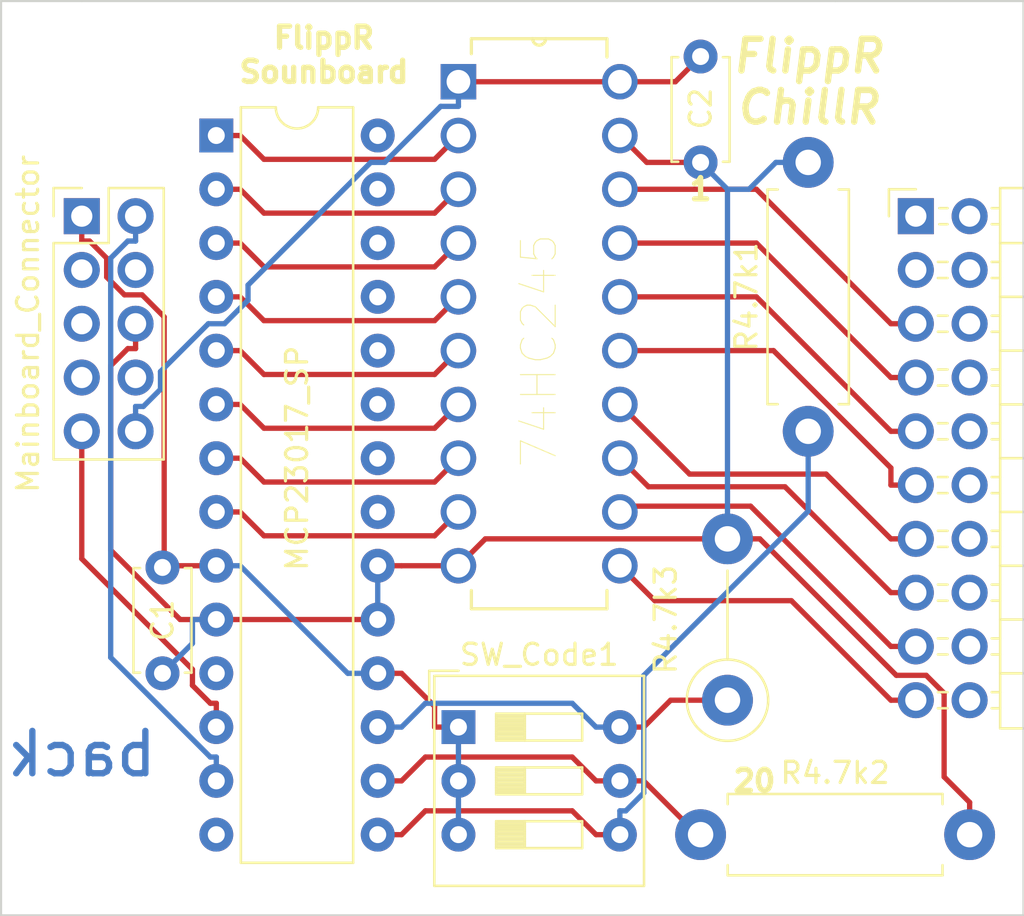
<source format=kicad_pcb>
(kicad_pcb (version 20171130) (host pcbnew 5.0.2)

  (general
    (thickness 1.6)
    (drawings 11)
    (tracks 165)
    (zones 0)
    (modules 13)
    (nets 52)
  )

  (page A4)
  (layers
    (0 F.Cu signal hide)
    (31 B.Cu signal hide)
    (33 F.Adhes user)
    (35 F.Paste user)
    (37 F.SilkS user)
    (39 F.Mask user)
    (40 Dwgs.User user)
    (41 Cmts.User user)
    (42 Eco1.User user)
    (43 Eco2.User user)
    (44 Edge.Cuts user)
    (45 Margin user)
    (46 B.CrtYd user)
    (47 F.CrtYd user)
    (49 F.Fab user)
  )

  (setup
    (last_trace_width 0.25)
    (trace_clearance 0.2)
    (zone_clearance 0.508)
    (zone_45_only no)
    (trace_min 0.2)
    (segment_width 0.2)
    (edge_width 0.1)
    (via_size 0.8)
    (via_drill 0.4)
    (via_min_size 0.4)
    (via_min_drill 0.3)
    (uvia_size 0.3)
    (uvia_drill 0.1)
    (uvias_allowed no)
    (uvia_min_size 0.2)
    (uvia_min_drill 0.1)
    (pcb_text_width 0.3)
    (pcb_text_size 1.5 1.5)
    (mod_edge_width 0.15)
    (mod_text_size 1 1)
    (mod_text_width 0.15)
    (pad_size 1.5 1.5)
    (pad_drill 0.6)
    (pad_to_mask_clearance 0)
    (solder_mask_min_width 0.25)
    (aux_axis_origin 0 0)
    (visible_elements FFFFFF7F)
    (pcbplotparams
      (layerselection 0x010fc_ffffffff)
      (usegerberextensions false)
      (usegerberattributes false)
      (usegerberadvancedattributes false)
      (creategerberjobfile false)
      (excludeedgelayer true)
      (linewidth 0.100000)
      (plotframeref false)
      (viasonmask false)
      (mode 1)
      (useauxorigin false)
      (hpglpennumber 1)
      (hpglpenspeed 20)
      (hpglpendiameter 15.000000)
      (psnegative false)
      (psa4output false)
      (plotreference true)
      (plotvalue true)
      (plotinvisibletext false)
      (padsonsilk false)
      (subtractmaskfromsilk false)
      (outputformat 1)
      (mirror false)
      (drillshape 1)
      (scaleselection 1)
      (outputdirectory ""))
  )

  (net 0 "")
  (net 1 "Net-(U1-Pad1)")
  (net 2 GND)
  (net 3 "Net-(U1-Pad2)")
  (net 4 +3V3)
  (net 5 "Net-(U1-Pad3)")
  (net 6 "Net-(U1-Pad4)")
  (net 7 "Net-(U1-Pad5)")
  (net 8 "Net-(U1-Pad6)")
  (net 9 "Net-(U1-Pad7)")
  (net 10 "Net-(U1-Pad21)")
  (net 11 "Net-(U1-Pad8)")
  (net 12 "Net-(U1-Pad22)")
  (net 13 "Net-(U1-Pad23)")
  (net 14 "Net-(U1-Pad24)")
  (net 15 "Net-(U1-Pad11)")
  (net 16 "Net-(U1-Pad25)")
  (net 17 "Net-(U1-Pad26)")
  (net 18 /SDA)
  (net 19 "Net-(U1-Pad27)")
  (net 20 "Net-(U1-Pad14)")
  (net 21 "Net-(U1-Pad28)")
  (net 22 +5V)
  (net 23 "Net-(J2-Pad6)")
  (net 24 "Net-(J2-Pad8)")
  (net 25 "Net-(J2-Pad10)")
  (net 26 "Net-(J2-Pad12)")
  (net 27 "Net-(J2-Pad14)")
  (net 28 "Net-(J2-Pad16)")
  (net 29 "Net-(J2-Pad18)")
  (net 30 "Net-(J2-Pad20)")
  (net 31 "Net-(J2-Pad1)")
  (net 32 "Net-(J2-Pad2)")
  (net 33 "Net-(J2-Pad3)")
  (net 34 "Net-(J2-Pad4)")
  (net 35 "Net-(J2-Pad5)")
  (net 36 "Net-(J2-Pad7)")
  (net 37 "Net-(J2-Pad9)")
  (net 38 "Net-(J2-Pad11)")
  (net 39 "Net-(J2-Pad13)")
  (net 40 "Net-(J2-Pad17)")
  (net 41 "Net-(J2-Pad19)")
  (net 42 /SCL)
  (net 43 /IRQ)
  (net 44 "Net-(R4.7k3-Pad1)")
  (net 45 "Net-(R4.7k1-Pad1)")
  (net 46 "Net-(R4.7k2-Pad1)")
  (net 47 "Net-(Mainboard_Connector1-Pad3)")
  (net 48 "Net-(Mainboard_Connector1-Pad4)")
  (net 49 "Net-(Mainboard_Connector1-Pad5)")
  (net 50 "Net-(Mainboard_Connector1-Pad7)")
  (net 51 "Net-(Mainboard_Connector1-Pad8)")

  (net_class Default "This is the default net class."
    (clearance 0.2)
    (trace_width 0.25)
    (via_dia 0.8)
    (via_drill 0.4)
    (uvia_dia 0.3)
    (uvia_drill 0.1)
    (add_net +3V3)
    (add_net +5V)
    (add_net /IRQ)
    (add_net /SCL)
    (add_net /SDA)
    (add_net GND)
    (add_net "Net-(J2-Pad1)")
    (add_net "Net-(J2-Pad10)")
    (add_net "Net-(J2-Pad11)")
    (add_net "Net-(J2-Pad12)")
    (add_net "Net-(J2-Pad13)")
    (add_net "Net-(J2-Pad14)")
    (add_net "Net-(J2-Pad16)")
    (add_net "Net-(J2-Pad17)")
    (add_net "Net-(J2-Pad18)")
    (add_net "Net-(J2-Pad19)")
    (add_net "Net-(J2-Pad2)")
    (add_net "Net-(J2-Pad20)")
    (add_net "Net-(J2-Pad3)")
    (add_net "Net-(J2-Pad4)")
    (add_net "Net-(J2-Pad5)")
    (add_net "Net-(J2-Pad6)")
    (add_net "Net-(J2-Pad7)")
    (add_net "Net-(J2-Pad8)")
    (add_net "Net-(J2-Pad9)")
    (add_net "Net-(Mainboard_Connector1-Pad3)")
    (add_net "Net-(Mainboard_Connector1-Pad4)")
    (add_net "Net-(Mainboard_Connector1-Pad5)")
    (add_net "Net-(Mainboard_Connector1-Pad7)")
    (add_net "Net-(Mainboard_Connector1-Pad8)")
    (add_net "Net-(R4.7k1-Pad1)")
    (add_net "Net-(R4.7k2-Pad1)")
    (add_net "Net-(R4.7k3-Pad1)")
    (add_net "Net-(U1-Pad1)")
    (add_net "Net-(U1-Pad11)")
    (add_net "Net-(U1-Pad14)")
    (add_net "Net-(U1-Pad2)")
    (add_net "Net-(U1-Pad21)")
    (add_net "Net-(U1-Pad22)")
    (add_net "Net-(U1-Pad23)")
    (add_net "Net-(U1-Pad24)")
    (add_net "Net-(U1-Pad25)")
    (add_net "Net-(U1-Pad26)")
    (add_net "Net-(U1-Pad27)")
    (add_net "Net-(U1-Pad28)")
    (add_net "Net-(U1-Pad3)")
    (add_net "Net-(U1-Pad4)")
    (add_net "Net-(U1-Pad5)")
    (add_net "Net-(U1-Pad6)")
    (add_net "Net-(U1-Pad7)")
    (add_net "Net-(U1-Pad8)")
  )

  (module Connector_PinHeader_2.54mm:PinHeader_2x05_P2.54mm_Vertical (layer F.Cu) (tedit 5CD49CA4) (tstamp 5CD6DAEF)
    (at 93.98 43.18)
    (descr "Through hole straight pin header, 2x05, 2.54mm pitch, double rows")
    (tags "Through hole pin header THT 2x05 2.54mm double row")
    (path /5CD4D9B7)
    (fp_text reference Mainboard_Connector (at -2.54 5.08 90) (layer F.SilkS)
      (effects (font (size 1 1) (thickness 0.15)))
    )
    (fp_text value Conn_02x05_Counter_Clockwise (at 1.27 12.49) (layer F.Fab)
      (effects (font (size 1 1) (thickness 0.15)))
    )
    (fp_line (start 0 -1.27) (end 3.81 -1.27) (layer F.Fab) (width 0.1))
    (fp_line (start 3.81 -1.27) (end 3.81 11.43) (layer F.Fab) (width 0.1))
    (fp_line (start 3.81 11.43) (end -1.27 11.43) (layer F.Fab) (width 0.1))
    (fp_line (start -1.27 11.43) (end -1.27 0) (layer F.Fab) (width 0.1))
    (fp_line (start -1.27 0) (end 0 -1.27) (layer F.Fab) (width 0.1))
    (fp_line (start -1.33 11.49) (end 3.87 11.49) (layer F.SilkS) (width 0.12))
    (fp_line (start -1.33 1.27) (end -1.33 11.49) (layer F.SilkS) (width 0.12))
    (fp_line (start 3.87 -1.33) (end 3.87 11.49) (layer F.SilkS) (width 0.12))
    (fp_line (start -1.33 1.27) (end 1.27 1.27) (layer F.SilkS) (width 0.12))
    (fp_line (start 1.27 1.27) (end 1.27 -1.33) (layer F.SilkS) (width 0.12))
    (fp_line (start 1.27 -1.33) (end 3.87 -1.33) (layer F.SilkS) (width 0.12))
    (fp_line (start -1.33 0) (end -1.33 -1.33) (layer F.SilkS) (width 0.12))
    (fp_line (start -1.33 -1.33) (end 0 -1.33) (layer F.SilkS) (width 0.12))
    (fp_line (start -1.8 -1.8) (end -1.8 11.95) (layer F.CrtYd) (width 0.05))
    (fp_line (start -1.8 11.95) (end 4.35 11.95) (layer F.CrtYd) (width 0.05))
    (fp_line (start 4.35 11.95) (end 4.35 -1.8) (layer F.CrtYd) (width 0.05))
    (fp_line (start 4.35 -1.8) (end -1.8 -1.8) (layer F.CrtYd) (width 0.05))
    (fp_text user %R (at 1.27 5.08 90) (layer F.Fab)
      (effects (font (size 1 1) (thickness 0.15)))
    )
    (pad 1 thru_hole rect (at 0 0) (size 1.7 1.7) (drill 1) (layers *.Cu *.Mask)
      (net 4 +3V3))
    (pad 2 thru_hole oval (at 2.54 0) (size 1.7 1.7) (drill 1) (layers *.Cu *.Mask)
      (net 18 /SDA))
    (pad 3 thru_hole oval (at 0 2.54) (size 1.7 1.7) (drill 1) (layers *.Cu *.Mask)
      (net 47 "Net-(Mainboard_Connector1-Pad3)"))
    (pad 4 thru_hole oval (at 2.54 2.54) (size 1.7 1.7) (drill 1) (layers *.Cu *.Mask)
      (net 48 "Net-(Mainboard_Connector1-Pad4)"))
    (pad 5 thru_hole oval (at 0 5.08) (size 1.7 1.7) (drill 1) (layers *.Cu *.Mask)
      (net 49 "Net-(Mainboard_Connector1-Pad5)"))
    (pad 6 thru_hole oval (at 2.54 5.08) (size 1.7 1.7) (drill 1) (layers *.Cu *.Mask)
      (net 2 GND))
    (pad 7 thru_hole oval (at 0 7.62) (size 1.7 1.7) (drill 1) (layers *.Cu *.Mask)
      (net 50 "Net-(Mainboard_Connector1-Pad7)"))
    (pad 8 thru_hole oval (at 2.54 7.62) (size 1.7 1.7) (drill 1) (layers *.Cu *.Mask)
      (net 51 "Net-(Mainboard_Connector1-Pad8)"))
    (pad 9 thru_hole oval (at 0 10.16) (size 1.7 1.7) (drill 1) (layers *.Cu *.Mask)
      (net 42 /SCL))
    (pad 10 thru_hole oval (at 2.54 10.16) (size 1.7 1.7) (drill 1) (layers *.Cu *.Mask)
      (net 22 +5V))
    (model ${KISYS3DMOD}/Connector_PinHeader_2.54mm.3dshapes/PinHeader_2x05_P2.54mm_Vertical.wrl
      (at (xyz 0 0 0))
      (scale (xyz 1 1 1))
      (rotate (xyz 0 0 0))
    )
  )

  (module Package_DIP:DIP-28_W7.62mm (layer F.Cu) (tedit 5C5C0B3C) (tstamp 5C5C200B)
    (at 100.33 39.37)
    (descr "28-lead though-hole mounted DIP package, row spacing 7.62 mm (300 mils)")
    (tags "THT DIP DIL PDIP 2.54mm 7.62mm 300mil")
    (path /5C4A2167)
    (fp_text reference U1 (at 5.08 -19.05) (layer F.SilkS)
      (effects (font (size 1 1) (thickness 0.15)))
    )
    (fp_text value MCP23017_SP (at 3.81 15.24 90) (layer F.SilkS)
      (effects (font (size 1 1) (thickness 0.15)))
    )
    (fp_arc (start 3.81 -1.33) (end 2.81 -1.33) (angle -180) (layer F.SilkS) (width 0.12))
    (fp_line (start 1.635 -1.27) (end 6.985 -1.27) (layer F.Fab) (width 0.1))
    (fp_line (start 6.985 -1.27) (end 6.985 34.29) (layer F.Fab) (width 0.1))
    (fp_line (start 6.985 34.29) (end 0.635 34.29) (layer F.Fab) (width 0.1))
    (fp_line (start 0.635 34.29) (end 0.635 -0.27) (layer F.Fab) (width 0.1))
    (fp_line (start 0.635 -0.27) (end 1.635 -1.27) (layer F.Fab) (width 0.1))
    (fp_line (start 2.81 -1.33) (end 1.16 -1.33) (layer F.SilkS) (width 0.12))
    (fp_line (start 1.16 -1.33) (end 1.16 34.35) (layer F.SilkS) (width 0.12))
    (fp_line (start 1.16 34.35) (end 6.46 34.35) (layer F.SilkS) (width 0.12))
    (fp_line (start 6.46 34.35) (end 6.46 -1.33) (layer F.SilkS) (width 0.12))
    (fp_line (start 6.46 -1.33) (end 4.81 -1.33) (layer F.SilkS) (width 0.12))
    (fp_line (start -1.1 -1.55) (end -1.1 34.55) (layer F.CrtYd) (width 0.05))
    (fp_line (start -1.1 34.55) (end 8.7 34.55) (layer F.CrtYd) (width 0.05))
    (fp_line (start 8.7 34.55) (end 8.7 -1.55) (layer F.CrtYd) (width 0.05))
    (fp_line (start 8.7 -1.55) (end -1.1 -1.55) (layer F.CrtYd) (width 0.05))
    (fp_text user %R (at -3.81 -17.78) (layer F.Fab)
      (effects (font (size 1 1) (thickness 0.15)))
    )
    (pad 1 thru_hole rect (at 0 0) (size 1.6 1.6) (drill 0.8) (layers *.Cu *.Mask)
      (net 1 "Net-(U1-Pad1)"))
    (pad 15 thru_hole oval (at 7.62 33.02) (size 1.6 1.6) (drill 0.8) (layers *.Cu *.Mask)
      (net 45 "Net-(R4.7k1-Pad1)"))
    (pad 2 thru_hole oval (at 0 2.54) (size 1.6 1.6) (drill 0.8) (layers *.Cu *.Mask)
      (net 3 "Net-(U1-Pad2)"))
    (pad 16 thru_hole oval (at 7.62 30.48) (size 1.6 1.6) (drill 0.8) (layers *.Cu *.Mask)
      (net 46 "Net-(R4.7k2-Pad1)"))
    (pad 3 thru_hole oval (at 0 5.08) (size 1.6 1.6) (drill 0.8) (layers *.Cu *.Mask)
      (net 5 "Net-(U1-Pad3)"))
    (pad 17 thru_hole oval (at 7.62 27.94) (size 1.6 1.6) (drill 0.8) (layers *.Cu *.Mask)
      (net 44 "Net-(R4.7k3-Pad1)"))
    (pad 4 thru_hole oval (at 0 7.62) (size 1.6 1.6) (drill 0.8) (layers *.Cu *.Mask)
      (net 6 "Net-(U1-Pad4)"))
    (pad 18 thru_hole oval (at 7.62 25.4) (size 1.6 1.6) (drill 0.8) (layers *.Cu *.Mask)
      (net 4 +3V3))
    (pad 5 thru_hole oval (at 0 10.16) (size 1.6 1.6) (drill 0.8) (layers *.Cu *.Mask)
      (net 7 "Net-(U1-Pad5)"))
    (pad 19 thru_hole oval (at 7.62 22.86) (size 1.6 1.6) (drill 0.8) (layers *.Cu *.Mask)
      (net 2 GND))
    (pad 6 thru_hole oval (at 0 12.7) (size 1.6 1.6) (drill 0.8) (layers *.Cu *.Mask)
      (net 8 "Net-(U1-Pad6)"))
    (pad 20 thru_hole oval (at 7.62 20.32) (size 1.6 1.6) (drill 0.8) (layers *.Cu *.Mask)
      (net 2 GND))
    (pad 7 thru_hole oval (at 0 15.24) (size 1.6 1.6) (drill 0.8) (layers *.Cu *.Mask)
      (net 9 "Net-(U1-Pad7)"))
    (pad 21 thru_hole oval (at 7.62 17.78) (size 1.6 1.6) (drill 0.8) (layers *.Cu *.Mask)
      (net 10 "Net-(U1-Pad21)"))
    (pad 8 thru_hole oval (at 0 17.78) (size 1.6 1.6) (drill 0.8) (layers *.Cu *.Mask)
      (net 11 "Net-(U1-Pad8)"))
    (pad 22 thru_hole oval (at 7.62 15.24) (size 1.6 1.6) (drill 0.8) (layers *.Cu *.Mask)
      (net 12 "Net-(U1-Pad22)"))
    (pad 9 thru_hole oval (at 0 20.32) (size 1.6 1.6) (drill 0.8) (layers *.Cu *.Mask)
      (net 4 +3V3))
    (pad 23 thru_hole oval (at 7.62 12.7) (size 1.6 1.6) (drill 0.8) (layers *.Cu *.Mask)
      (net 13 "Net-(U1-Pad23)"))
    (pad 10 thru_hole oval (at 0 22.86) (size 1.6 1.6) (drill 0.8) (layers *.Cu *.Mask)
      (net 2 GND))
    (pad 24 thru_hole oval (at 7.62 10.16) (size 1.6 1.6) (drill 0.8) (layers *.Cu *.Mask)
      (net 14 "Net-(U1-Pad24)"))
    (pad 11 thru_hole oval (at 0 25.4) (size 1.6 1.6) (drill 0.8) (layers *.Cu *.Mask)
      (net 15 "Net-(U1-Pad11)"))
    (pad 25 thru_hole oval (at 7.62 7.62) (size 1.6 1.6) (drill 0.8) (layers *.Cu *.Mask)
      (net 16 "Net-(U1-Pad25)"))
    (pad 12 thru_hole oval (at 0 27.94) (size 1.6 1.6) (drill 0.8) (layers *.Cu *.Mask)
      (net 42 /SCL))
    (pad 26 thru_hole oval (at 7.62 5.08) (size 1.6 1.6) (drill 0.8) (layers *.Cu *.Mask)
      (net 17 "Net-(U1-Pad26)"))
    (pad 13 thru_hole oval (at 0 30.48) (size 1.6 1.6) (drill 0.8) (layers *.Cu *.Mask)
      (net 18 /SDA))
    (pad 27 thru_hole oval (at 7.62 2.54) (size 1.6 1.6) (drill 0.8) (layers *.Cu *.Mask)
      (net 19 "Net-(U1-Pad27)"))
    (pad 14 thru_hole oval (at 0 33.02) (size 1.6 1.6) (drill 0.8) (layers *.Cu *.Mask)
      (net 20 "Net-(U1-Pad14)"))
    (pad 28 thru_hole oval (at 7.62 0) (size 1.6 1.6) (drill 0.8) (layers *.Cu *.Mask)
      (net 21 "Net-(U1-Pad28)"))
    (model ${KISYS3DMOD}/Package_DIP.3dshapes/DIP-28_W7.62mm.wrl
      (at (xyz 0 0 0))
      (scale (xyz 1 1 1))
      (rotate (xyz 0 0 0))
    )
  )

  (module Capacitor_THT:C_Disc_D4.7mm_W2.5mm_P5.00mm (layer F.Cu) (tedit 5AE50EF0) (tstamp 5C6585C4)
    (at 123.19 40.64 90)
    (descr "C, Disc series, Radial, pin pitch=5.00mm, , diameter*width=4.7*2.5mm^2, Capacitor, http://www.vishay.com/docs/45233/krseries.pdf")
    (tags "C Disc series Radial pin pitch 5.00mm  diameter 4.7mm width 2.5mm Capacitor")
    (path /5C68DF77)
    (fp_text reference C2 (at 2.54 0 90) (layer F.SilkS)
      (effects (font (size 1 1) (thickness 0.15)))
    )
    (fp_text value C_Small (at 2.5 2.5 90) (layer F.Fab)
      (effects (font (size 1 1) (thickness 0.15)))
    )
    (fp_line (start 0.15 -1.25) (end 0.15 1.25) (layer F.Fab) (width 0.1))
    (fp_line (start 0.15 1.25) (end 4.85 1.25) (layer F.Fab) (width 0.1))
    (fp_line (start 4.85 1.25) (end 4.85 -1.25) (layer F.Fab) (width 0.1))
    (fp_line (start 4.85 -1.25) (end 0.15 -1.25) (layer F.Fab) (width 0.1))
    (fp_line (start 0.03 -1.37) (end 4.97 -1.37) (layer F.SilkS) (width 0.12))
    (fp_line (start 0.03 1.37) (end 4.97 1.37) (layer F.SilkS) (width 0.12))
    (fp_line (start 0.03 -1.37) (end 0.03 -1.055) (layer F.SilkS) (width 0.12))
    (fp_line (start 0.03 1.055) (end 0.03 1.37) (layer F.SilkS) (width 0.12))
    (fp_line (start 4.97 -1.37) (end 4.97 -1.055) (layer F.SilkS) (width 0.12))
    (fp_line (start 4.97 1.055) (end 4.97 1.37) (layer F.SilkS) (width 0.12))
    (fp_line (start -1.05 -1.5) (end -1.05 1.5) (layer F.CrtYd) (width 0.05))
    (fp_line (start -1.05 1.5) (end 6.05 1.5) (layer F.CrtYd) (width 0.05))
    (fp_line (start 6.05 1.5) (end 6.05 -1.5) (layer F.CrtYd) (width 0.05))
    (fp_line (start 6.05 -1.5) (end -1.05 -1.5) (layer F.CrtYd) (width 0.05))
    (fp_text user %R (at 2.5 0 90) (layer F.Fab)
      (effects (font (size 0.94 0.94) (thickness 0.141)))
    )
    (pad 1 thru_hole circle (at 0 0 90) (size 1.6 1.6) (drill 0.8) (layers *.Cu *.Mask)
      (net 2 GND))
    (pad 2 thru_hole circle (at 5 0 90) (size 1.6 1.6) (drill 0.8) (layers *.Cu *.Mask)
      (net 22 +5V))
    (model ${KISYS3DMOD}/Capacitor_THT.3dshapes/C_Disc_D4.7mm_W2.5mm_P5.00mm.wrl
      (at (xyz 0 0 0))
      (scale (xyz 1 1 1))
      (rotate (xyz 0 0 0))
    )
  )

  (module Connector_PinHeader_2.54mm:PinHeader_2x10_P2.54mm_Horizontal (layer F.Cu) (tedit 59FED5CB) (tstamp 5C5C2121)
    (at 133.35 43.18)
    (descr "Through hole angled pin header, 2x10, 2.54mm pitch, 6mm pin length, double rows")
    (tags "Through hole angled pin header THT 2x10 2.54mm double row")
    (path /5C4A3D78)
    (fp_text reference J2 (at 11.43 -21.59) (layer F.SilkS)
      (effects (font (size 1 1) (thickness 0.15)))
    )
    (fp_text value Conn_02x10_Odd_Even (at 16.51 29.21) (layer F.Fab)
      (effects (font (size 1 1) (thickness 0.15)))
    )
    (fp_line (start 4.675 -1.27) (end 6.58 -1.27) (layer F.Fab) (width 0.1))
    (fp_line (start 6.58 -1.27) (end 6.58 24.13) (layer F.Fab) (width 0.1))
    (fp_line (start 6.58 24.13) (end 4.04 24.13) (layer F.Fab) (width 0.1))
    (fp_line (start 4.04 24.13) (end 4.04 -0.635) (layer F.Fab) (width 0.1))
    (fp_line (start 4.04 -0.635) (end 4.675 -1.27) (layer F.Fab) (width 0.1))
    (fp_line (start -0.32 -0.32) (end 4.04 -0.32) (layer F.Fab) (width 0.1))
    (fp_line (start -0.32 -0.32) (end -0.32 0.32) (layer F.Fab) (width 0.1))
    (fp_line (start -0.32 0.32) (end 4.04 0.32) (layer F.Fab) (width 0.1))
    (fp_line (start 6.58 -0.32) (end 12.58 -0.32) (layer F.Fab) (width 0.1))
    (fp_line (start 12.58 -0.32) (end 12.58 0.32) (layer F.Fab) (width 0.1))
    (fp_line (start 6.58 0.32) (end 12.58 0.32) (layer F.Fab) (width 0.1))
    (fp_line (start -0.32 2.22) (end 4.04 2.22) (layer F.Fab) (width 0.1))
    (fp_line (start -0.32 2.22) (end -0.32 2.86) (layer F.Fab) (width 0.1))
    (fp_line (start -0.32 2.86) (end 4.04 2.86) (layer F.Fab) (width 0.1))
    (fp_line (start 6.58 2.22) (end 12.58 2.22) (layer F.Fab) (width 0.1))
    (fp_line (start 12.58 2.22) (end 12.58 2.86) (layer F.Fab) (width 0.1))
    (fp_line (start 6.58 2.86) (end 12.58 2.86) (layer F.Fab) (width 0.1))
    (fp_line (start -0.32 4.76) (end 4.04 4.76) (layer F.Fab) (width 0.1))
    (fp_line (start -0.32 4.76) (end -0.32 5.4) (layer F.Fab) (width 0.1))
    (fp_line (start -0.32 5.4) (end 4.04 5.4) (layer F.Fab) (width 0.1))
    (fp_line (start 6.58 4.76) (end 12.58 4.76) (layer F.Fab) (width 0.1))
    (fp_line (start 12.58 4.76) (end 12.58 5.4) (layer F.Fab) (width 0.1))
    (fp_line (start 6.58 5.4) (end 12.58 5.4) (layer F.Fab) (width 0.1))
    (fp_line (start -0.32 7.3) (end 4.04 7.3) (layer F.Fab) (width 0.1))
    (fp_line (start -0.32 7.3) (end -0.32 7.94) (layer F.Fab) (width 0.1))
    (fp_line (start -0.32 7.94) (end 4.04 7.94) (layer F.Fab) (width 0.1))
    (fp_line (start 6.58 7.3) (end 12.58 7.3) (layer F.Fab) (width 0.1))
    (fp_line (start 12.58 7.3) (end 12.58 7.94) (layer F.Fab) (width 0.1))
    (fp_line (start 6.58 7.94) (end 12.58 7.94) (layer F.Fab) (width 0.1))
    (fp_line (start -0.32 9.84) (end 4.04 9.84) (layer F.Fab) (width 0.1))
    (fp_line (start -0.32 9.84) (end -0.32 10.48) (layer F.Fab) (width 0.1))
    (fp_line (start -0.32 10.48) (end 4.04 10.48) (layer F.Fab) (width 0.1))
    (fp_line (start 6.58 9.84) (end 12.58 9.84) (layer F.Fab) (width 0.1))
    (fp_line (start 12.58 9.84) (end 12.58 10.48) (layer F.Fab) (width 0.1))
    (fp_line (start 6.58 10.48) (end 12.58 10.48) (layer F.Fab) (width 0.1))
    (fp_line (start -0.32 12.38) (end 4.04 12.38) (layer F.Fab) (width 0.1))
    (fp_line (start -0.32 12.38) (end -0.32 13.02) (layer F.Fab) (width 0.1))
    (fp_line (start -0.32 13.02) (end 4.04 13.02) (layer F.Fab) (width 0.1))
    (fp_line (start 6.58 12.38) (end 12.58 12.38) (layer F.Fab) (width 0.1))
    (fp_line (start 12.58 12.38) (end 12.58 13.02) (layer F.Fab) (width 0.1))
    (fp_line (start 6.58 13.02) (end 12.58 13.02) (layer F.Fab) (width 0.1))
    (fp_line (start -0.32 14.92) (end 4.04 14.92) (layer F.Fab) (width 0.1))
    (fp_line (start -0.32 14.92) (end -0.32 15.56) (layer F.Fab) (width 0.1))
    (fp_line (start -0.32 15.56) (end 4.04 15.56) (layer F.Fab) (width 0.1))
    (fp_line (start 6.58 14.92) (end 12.58 14.92) (layer F.Fab) (width 0.1))
    (fp_line (start 12.58 14.92) (end 12.58 15.56) (layer F.Fab) (width 0.1))
    (fp_line (start 6.58 15.56) (end 12.58 15.56) (layer F.Fab) (width 0.1))
    (fp_line (start -0.32 17.46) (end 4.04 17.46) (layer F.Fab) (width 0.1))
    (fp_line (start -0.32 17.46) (end -0.32 18.1) (layer F.Fab) (width 0.1))
    (fp_line (start -0.32 18.1) (end 4.04 18.1) (layer F.Fab) (width 0.1))
    (fp_line (start 6.58 17.46) (end 12.58 17.46) (layer F.Fab) (width 0.1))
    (fp_line (start 12.58 17.46) (end 12.58 18.1) (layer F.Fab) (width 0.1))
    (fp_line (start 6.58 18.1) (end 12.58 18.1) (layer F.Fab) (width 0.1))
    (fp_line (start -0.32 20) (end 4.04 20) (layer F.Fab) (width 0.1))
    (fp_line (start -0.32 20) (end -0.32 20.64) (layer F.Fab) (width 0.1))
    (fp_line (start -0.32 20.64) (end 4.04 20.64) (layer F.Fab) (width 0.1))
    (fp_line (start 6.58 20) (end 12.58 20) (layer F.Fab) (width 0.1))
    (fp_line (start 12.58 20) (end 12.58 20.64) (layer F.Fab) (width 0.1))
    (fp_line (start 6.58 20.64) (end 12.58 20.64) (layer F.Fab) (width 0.1))
    (fp_line (start -0.32 22.54) (end 4.04 22.54) (layer F.Fab) (width 0.1))
    (fp_line (start -0.32 22.54) (end -0.32 23.18) (layer F.Fab) (width 0.1))
    (fp_line (start -0.32 23.18) (end 4.04 23.18) (layer F.Fab) (width 0.1))
    (fp_line (start 6.58 22.54) (end 12.58 22.54) (layer F.Fab) (width 0.1))
    (fp_line (start 12.58 22.54) (end 12.58 23.18) (layer F.Fab) (width 0.1))
    (fp_line (start 6.58 23.18) (end 12.58 23.18) (layer F.Fab) (width 0.1))
    (fp_line (start 3.98 -1.33) (end 3.98 24.19) (layer F.SilkS) (width 0.12))
    (fp_line (start 3.98 24.19) (end 6.64 24.19) (layer F.SilkS) (width 0.12))
    (fp_line (start 6.64 24.19) (end 6.64 -1.33) (layer F.SilkS) (width 0.12))
    (fp_line (start 6.64 -1.33) (end 3.98 -1.33) (layer F.SilkS) (width 0.12))
    (fp_line (start 6.64 -0.38) (end 12.64 -0.38) (layer F.SilkS) (width 0.12))
    (fp_line (start 12.64 -0.38) (end 12.64 0.38) (layer F.SilkS) (width 0.12))
    (fp_line (start 12.64 0.38) (end 6.64 0.38) (layer F.SilkS) (width 0.12))
    (fp_line (start 6.64 -0.32) (end 12.64 -0.32) (layer F.SilkS) (width 0.12))
    (fp_line (start 6.64 -0.2) (end 12.64 -0.2) (layer F.SilkS) (width 0.12))
    (fp_line (start 6.64 -0.08) (end 12.64 -0.08) (layer F.SilkS) (width 0.12))
    (fp_line (start 6.64 0.04) (end 12.64 0.04) (layer F.SilkS) (width 0.12))
    (fp_line (start 6.64 0.16) (end 12.64 0.16) (layer F.SilkS) (width 0.12))
    (fp_line (start 6.64 0.28) (end 12.64 0.28) (layer F.SilkS) (width 0.12))
    (fp_line (start 3.582929 -0.38) (end 3.98 -0.38) (layer F.SilkS) (width 0.12))
    (fp_line (start 3.582929 0.38) (end 3.98 0.38) (layer F.SilkS) (width 0.12))
    (fp_line (start 1.11 -0.38) (end 1.497071 -0.38) (layer F.SilkS) (width 0.12))
    (fp_line (start 1.11 0.38) (end 1.497071 0.38) (layer F.SilkS) (width 0.12))
    (fp_line (start 3.98 1.27) (end 6.64 1.27) (layer F.SilkS) (width 0.12))
    (fp_line (start 6.64 2.16) (end 12.64 2.16) (layer F.SilkS) (width 0.12))
    (fp_line (start 12.64 2.16) (end 12.64 2.92) (layer F.SilkS) (width 0.12))
    (fp_line (start 12.64 2.92) (end 6.64 2.92) (layer F.SilkS) (width 0.12))
    (fp_line (start 3.582929 2.16) (end 3.98 2.16) (layer F.SilkS) (width 0.12))
    (fp_line (start 3.582929 2.92) (end 3.98 2.92) (layer F.SilkS) (width 0.12))
    (fp_line (start 1.042929 2.16) (end 1.497071 2.16) (layer F.SilkS) (width 0.12))
    (fp_line (start 1.042929 2.92) (end 1.497071 2.92) (layer F.SilkS) (width 0.12))
    (fp_line (start 3.98 3.81) (end 6.64 3.81) (layer F.SilkS) (width 0.12))
    (fp_line (start 6.64 4.7) (end 12.64 4.7) (layer F.SilkS) (width 0.12))
    (fp_line (start 12.64 4.7) (end 12.64 5.46) (layer F.SilkS) (width 0.12))
    (fp_line (start 12.64 5.46) (end 6.64 5.46) (layer F.SilkS) (width 0.12))
    (fp_line (start 3.582929 4.7) (end 3.98 4.7) (layer F.SilkS) (width 0.12))
    (fp_line (start 3.582929 5.46) (end 3.98 5.46) (layer F.SilkS) (width 0.12))
    (fp_line (start 1.042929 4.7) (end 1.497071 4.7) (layer F.SilkS) (width 0.12))
    (fp_line (start 1.042929 5.46) (end 1.497071 5.46) (layer F.SilkS) (width 0.12))
    (fp_line (start 3.98 6.35) (end 6.64 6.35) (layer F.SilkS) (width 0.12))
    (fp_line (start 6.64 7.24) (end 12.64 7.24) (layer F.SilkS) (width 0.12))
    (fp_line (start 12.64 7.24) (end 12.64 8) (layer F.SilkS) (width 0.12))
    (fp_line (start 12.64 8) (end 6.64 8) (layer F.SilkS) (width 0.12))
    (fp_line (start 3.582929 7.24) (end 3.98 7.24) (layer F.SilkS) (width 0.12))
    (fp_line (start 3.582929 8) (end 3.98 8) (layer F.SilkS) (width 0.12))
    (fp_line (start 1.042929 7.24) (end 1.497071 7.24) (layer F.SilkS) (width 0.12))
    (fp_line (start 1.042929 8) (end 1.497071 8) (layer F.SilkS) (width 0.12))
    (fp_line (start 3.98 8.89) (end 6.64 8.89) (layer F.SilkS) (width 0.12))
    (fp_line (start 6.64 9.78) (end 12.64 9.78) (layer F.SilkS) (width 0.12))
    (fp_line (start 12.64 9.78) (end 12.64 10.54) (layer F.SilkS) (width 0.12))
    (fp_line (start 12.64 10.54) (end 6.64 10.54) (layer F.SilkS) (width 0.12))
    (fp_line (start 3.582929 9.78) (end 3.98 9.78) (layer F.SilkS) (width 0.12))
    (fp_line (start 3.582929 10.54) (end 3.98 10.54) (layer F.SilkS) (width 0.12))
    (fp_line (start 1.042929 9.78) (end 1.497071 9.78) (layer F.SilkS) (width 0.12))
    (fp_line (start 1.042929 10.54) (end 1.497071 10.54) (layer F.SilkS) (width 0.12))
    (fp_line (start 3.98 11.43) (end 6.64 11.43) (layer F.SilkS) (width 0.12))
    (fp_line (start 6.64 12.32) (end 12.64 12.32) (layer F.SilkS) (width 0.12))
    (fp_line (start 12.64 12.32) (end 12.64 13.08) (layer F.SilkS) (width 0.12))
    (fp_line (start 12.64 13.08) (end 6.64 13.08) (layer F.SilkS) (width 0.12))
    (fp_line (start 3.582929 12.32) (end 3.98 12.32) (layer F.SilkS) (width 0.12))
    (fp_line (start 3.582929 13.08) (end 3.98 13.08) (layer F.SilkS) (width 0.12))
    (fp_line (start 1.042929 12.32) (end 1.497071 12.32) (layer F.SilkS) (width 0.12))
    (fp_line (start 1.042929 13.08) (end 1.497071 13.08) (layer F.SilkS) (width 0.12))
    (fp_line (start 3.98 13.97) (end 6.64 13.97) (layer F.SilkS) (width 0.12))
    (fp_line (start 6.64 14.86) (end 12.64 14.86) (layer F.SilkS) (width 0.12))
    (fp_line (start 12.64 14.86) (end 12.64 15.62) (layer F.SilkS) (width 0.12))
    (fp_line (start 12.64 15.62) (end 6.64 15.62) (layer F.SilkS) (width 0.12))
    (fp_line (start 3.582929 14.86) (end 3.98 14.86) (layer F.SilkS) (width 0.12))
    (fp_line (start 3.582929 15.62) (end 3.98 15.62) (layer F.SilkS) (width 0.12))
    (fp_line (start 1.042929 14.86) (end 1.497071 14.86) (layer F.SilkS) (width 0.12))
    (fp_line (start 1.042929 15.62) (end 1.497071 15.62) (layer F.SilkS) (width 0.12))
    (fp_line (start 3.98 16.51) (end 6.64 16.51) (layer F.SilkS) (width 0.12))
    (fp_line (start 6.64 17.4) (end 12.64 17.4) (layer F.SilkS) (width 0.12))
    (fp_line (start 12.64 17.4) (end 12.64 18.16) (layer F.SilkS) (width 0.12))
    (fp_line (start 12.64 18.16) (end 6.64 18.16) (layer F.SilkS) (width 0.12))
    (fp_line (start 3.582929 17.4) (end 3.98 17.4) (layer F.SilkS) (width 0.12))
    (fp_line (start 3.582929 18.16) (end 3.98 18.16) (layer F.SilkS) (width 0.12))
    (fp_line (start 1.042929 17.4) (end 1.497071 17.4) (layer F.SilkS) (width 0.12))
    (fp_line (start 1.042929 18.16) (end 1.497071 18.16) (layer F.SilkS) (width 0.12))
    (fp_line (start 3.98 19.05) (end 6.64 19.05) (layer F.SilkS) (width 0.12))
    (fp_line (start 6.64 19.94) (end 12.64 19.94) (layer F.SilkS) (width 0.12))
    (fp_line (start 12.64 19.94) (end 12.64 20.7) (layer F.SilkS) (width 0.12))
    (fp_line (start 12.64 20.7) (end 6.64 20.7) (layer F.SilkS) (width 0.12))
    (fp_line (start 3.582929 19.94) (end 3.98 19.94) (layer F.SilkS) (width 0.12))
    (fp_line (start 3.582929 20.7) (end 3.98 20.7) (layer F.SilkS) (width 0.12))
    (fp_line (start 1.042929 19.94) (end 1.497071 19.94) (layer F.SilkS) (width 0.12))
    (fp_line (start 1.042929 20.7) (end 1.497071 20.7) (layer F.SilkS) (width 0.12))
    (fp_line (start 3.98 21.59) (end 6.64 21.59) (layer F.SilkS) (width 0.12))
    (fp_line (start 6.64 22.48) (end 12.64 22.48) (layer F.SilkS) (width 0.12))
    (fp_line (start 12.64 22.48) (end 12.64 23.24) (layer F.SilkS) (width 0.12))
    (fp_line (start 12.64 23.24) (end 6.64 23.24) (layer F.SilkS) (width 0.12))
    (fp_line (start 3.582929 22.48) (end 3.98 22.48) (layer F.SilkS) (width 0.12))
    (fp_line (start 3.582929 23.24) (end 3.98 23.24) (layer F.SilkS) (width 0.12))
    (fp_line (start 1.042929 22.48) (end 1.497071 22.48) (layer F.SilkS) (width 0.12))
    (fp_line (start 1.042929 23.24) (end 1.497071 23.24) (layer F.SilkS) (width 0.12))
    (fp_line (start -1.27 0) (end -1.27 -1.27) (layer F.SilkS) (width 0.12))
    (fp_line (start -1.27 -1.27) (end 0 -1.27) (layer F.SilkS) (width 0.12))
    (fp_line (start -1.8 -1.8) (end -1.8 24.65) (layer F.CrtYd) (width 0.05))
    (fp_line (start -1.8 24.65) (end 13.1 24.65) (layer F.CrtYd) (width 0.05))
    (fp_line (start 13.1 24.65) (end 13.1 -1.8) (layer F.CrtYd) (width 0.05))
    (fp_line (start 13.1 -1.8) (end -1.8 -1.8) (layer F.CrtYd) (width 0.05))
    (fp_text user %R (at 5.31 11.43 90) (layer F.Fab)
      (effects (font (size 1 1) (thickness 0.15)))
    )
    (pad 1 thru_hole rect (at 0 0) (size 1.7 1.7) (drill 1) (layers *.Cu *.Mask)
      (net 31 "Net-(J2-Pad1)"))
    (pad 2 thru_hole oval (at 2.54 0) (size 1.7 1.7) (drill 1) (layers *.Cu *.Mask)
      (net 32 "Net-(J2-Pad2)"))
    (pad 3 thru_hole oval (at 0 2.54) (size 1.7 1.7) (drill 1) (layers *.Cu *.Mask)
      (net 33 "Net-(J2-Pad3)"))
    (pad 4 thru_hole oval (at 2.54 2.54) (size 1.7 1.7) (drill 1) (layers *.Cu *.Mask)
      (net 34 "Net-(J2-Pad4)"))
    (pad 5 thru_hole oval (at 0 5.08) (size 1.7 1.7) (drill 1) (layers *.Cu *.Mask)
      (net 35 "Net-(J2-Pad5)"))
    (pad 6 thru_hole oval (at 2.54 5.08) (size 1.7 1.7) (drill 1) (layers *.Cu *.Mask)
      (net 23 "Net-(J2-Pad6)"))
    (pad 7 thru_hole oval (at 0 7.62) (size 1.7 1.7) (drill 1) (layers *.Cu *.Mask)
      (net 36 "Net-(J2-Pad7)"))
    (pad 8 thru_hole oval (at 2.54 7.62) (size 1.7 1.7) (drill 1) (layers *.Cu *.Mask)
      (net 24 "Net-(J2-Pad8)"))
    (pad 9 thru_hole oval (at 0 10.16) (size 1.7 1.7) (drill 1) (layers *.Cu *.Mask)
      (net 37 "Net-(J2-Pad9)"))
    (pad 10 thru_hole oval (at 2.54 10.16) (size 1.7 1.7) (drill 1) (layers *.Cu *.Mask)
      (net 25 "Net-(J2-Pad10)"))
    (pad 11 thru_hole oval (at 0 12.7) (size 1.7 1.7) (drill 1) (layers *.Cu *.Mask)
      (net 38 "Net-(J2-Pad11)"))
    (pad 12 thru_hole oval (at 2.54 12.7) (size 1.7 1.7) (drill 1) (layers *.Cu *.Mask)
      (net 26 "Net-(J2-Pad12)"))
    (pad 13 thru_hole oval (at 0 15.24) (size 1.7 1.7) (drill 1) (layers *.Cu *.Mask)
      (net 39 "Net-(J2-Pad13)"))
    (pad 14 thru_hole oval (at 2.54 15.24) (size 1.7 1.7) (drill 1) (layers *.Cu *.Mask)
      (net 27 "Net-(J2-Pad14)"))
    (pad 15 thru_hole oval (at 0 17.78) (size 1.7 1.7) (drill 1) (layers *.Cu *.Mask)
      (net 43 /IRQ))
    (pad 16 thru_hole oval (at 2.54 17.78) (size 1.7 1.7) (drill 1) (layers *.Cu *.Mask)
      (net 28 "Net-(J2-Pad16)"))
    (pad 17 thru_hole oval (at 0 20.32) (size 1.7 1.7) (drill 1) (layers *.Cu *.Mask)
      (net 40 "Net-(J2-Pad17)"))
    (pad 18 thru_hole oval (at 2.54 20.32) (size 1.7 1.7) (drill 1) (layers *.Cu *.Mask)
      (net 29 "Net-(J2-Pad18)"))
    (pad 19 thru_hole oval (at 0 22.86) (size 1.7 1.7) (drill 1) (layers *.Cu *.Mask)
      (net 41 "Net-(J2-Pad19)"))
    (pad 20 thru_hole oval (at 2.54 22.86) (size 1.7 1.7) (drill 1) (layers *.Cu *.Mask)
      (net 30 "Net-(J2-Pad20)"))
    (model ${KISYS3DMOD}/Connector_PinHeader_2.54mm.3dshapes/PinHeader_2x10_P2.54mm_Horizontal.wrl
      (at (xyz 0 0 0))
      (scale (xyz 1 1 1))
      (rotate (xyz 0 0 0))
    )
  )

  (module Capacitor_THT:C_Disc_D4.7mm_W2.5mm_P5.00mm (layer F.Cu) (tedit 5AE50EF0) (tstamp 5C6586C2)
    (at 97.79 64.77 90)
    (descr "C, Disc series, Radial, pin pitch=5.00mm, , diameter*width=4.7*2.5mm^2, Capacitor, http://www.vishay.com/docs/45233/krseries.pdf")
    (tags "C Disc series Radial pin pitch 5.00mm  diameter 4.7mm width 2.5mm Capacitor")
    (path /5C68E091)
    (fp_text reference C1 (at 2.5 0 90) (layer F.SilkS)
      (effects (font (size 1 1) (thickness 0.15)))
    )
    (fp_text value C_Small (at 2.5 2.5 90) (layer F.Fab)
      (effects (font (size 1 1) (thickness 0.15)))
    )
    (fp_text user %R (at 2.5 0 90) (layer F.Fab)
      (effects (font (size 0.94 0.94) (thickness 0.141)))
    )
    (fp_line (start 6.05 -1.5) (end -1.05 -1.5) (layer F.CrtYd) (width 0.05))
    (fp_line (start 6.05 1.5) (end 6.05 -1.5) (layer F.CrtYd) (width 0.05))
    (fp_line (start -1.05 1.5) (end 6.05 1.5) (layer F.CrtYd) (width 0.05))
    (fp_line (start -1.05 -1.5) (end -1.05 1.5) (layer F.CrtYd) (width 0.05))
    (fp_line (start 4.97 1.055) (end 4.97 1.37) (layer F.SilkS) (width 0.12))
    (fp_line (start 4.97 -1.37) (end 4.97 -1.055) (layer F.SilkS) (width 0.12))
    (fp_line (start 0.03 1.055) (end 0.03 1.37) (layer F.SilkS) (width 0.12))
    (fp_line (start 0.03 -1.37) (end 0.03 -1.055) (layer F.SilkS) (width 0.12))
    (fp_line (start 0.03 1.37) (end 4.97 1.37) (layer F.SilkS) (width 0.12))
    (fp_line (start 0.03 -1.37) (end 4.97 -1.37) (layer F.SilkS) (width 0.12))
    (fp_line (start 4.85 -1.25) (end 0.15 -1.25) (layer F.Fab) (width 0.1))
    (fp_line (start 4.85 1.25) (end 4.85 -1.25) (layer F.Fab) (width 0.1))
    (fp_line (start 0.15 1.25) (end 4.85 1.25) (layer F.Fab) (width 0.1))
    (fp_line (start 0.15 -1.25) (end 0.15 1.25) (layer F.Fab) (width 0.1))
    (pad 2 thru_hole circle (at 5 0 90) (size 1.6 1.6) (drill 0.8) (layers *.Cu *.Mask)
      (net 4 +3V3))
    (pad 1 thru_hole circle (at 0 0 90) (size 1.6 1.6) (drill 0.8) (layers *.Cu *.Mask)
      (net 2 GND))
    (model ${KISYS3DMOD}/Capacitor_THT.3dshapes/C_Disc_D4.7mm_W2.5mm_P5.00mm.wrl
      (at (xyz 0 0 0))
      (scale (xyz 1 1 1))
      (rotate (xyz 0 0 0))
    )
  )

  (module 74HCT245N:DIP254P762X420-20 (layer F.Cu) (tedit 0) (tstamp 5C5C1EEE)
    (at 119.38 59.69)
    (path /5C4A240D)
    (fp_text reference U2 (at -6.35 -46.99) (layer F.SilkS)
      (effects (font (size 1.64289 1.64289) (thickness 0.05)))
    )
    (fp_text value 74HC245 (at -3.81 -10.16 90) (layer F.SilkS)
      (effects (font (size 1.6412 1.6412) (thickness 0.05)))
    )
    (fp_line (start -0.6096 -24.0284) (end -0.6096 -24.892) (layer F.SilkS) (width 0.1524))
    (fp_line (start -7.0104 2.032) (end -0.6096 2.032) (layer F.SilkS) (width 0.1524))
    (fp_line (start -0.6096 2.032) (end -0.6096 1.1684) (layer F.SilkS) (width 0.1524))
    (fp_line (start -0.6096 -24.892) (end -3.5052 -24.892) (layer F.SilkS) (width 0.1524))
    (fp_line (start -3.5052 -24.892) (end -4.1148 -24.892) (layer F.SilkS) (width 0.1524))
    (fp_line (start -4.1148 -24.892) (end -7.0104 -24.892) (layer F.SilkS) (width 0.1524))
    (fp_line (start -7.0104 -24.892) (end -7.0104 -24.1808) (layer F.SilkS) (width 0.1524))
    (fp_line (start -7.0104 1.1684) (end -7.0104 2.032) (layer F.SilkS) (width 0.1524))
    (fp_arc (start -3.81 -24.892) (end -4.1148 -24.892) (angle -180) (layer F.SilkS) (width 0.1524))
    (fp_line (start -7.0104 -22.3012) (end -7.0104 -23.4188) (layer Dwgs.User) (width 0.1))
    (fp_line (start -7.0104 -23.4188) (end -8.1788 -23.4188) (layer Dwgs.User) (width 0.1))
    (fp_line (start -8.1788 -23.4188) (end -8.1788 -22.3012) (layer Dwgs.User) (width 0.1))
    (fp_line (start -8.1788 -22.3012) (end -7.0104 -22.3012) (layer Dwgs.User) (width 0.1))
    (fp_line (start -7.0104 -19.7612) (end -7.0104 -20.8788) (layer Dwgs.User) (width 0.1))
    (fp_line (start -7.0104 -20.8788) (end -8.1788 -20.8788) (layer Dwgs.User) (width 0.1))
    (fp_line (start -8.1788 -20.8788) (end -8.1788 -19.7612) (layer Dwgs.User) (width 0.1))
    (fp_line (start -8.1788 -19.7612) (end -7.0104 -19.7612) (layer Dwgs.User) (width 0.1))
    (fp_line (start -7.0104 -17.2212) (end -7.0104 -18.3388) (layer Dwgs.User) (width 0.1))
    (fp_line (start -7.0104 -18.3388) (end -8.1788 -18.3388) (layer Dwgs.User) (width 0.1))
    (fp_line (start -8.1788 -18.3388) (end -8.1788 -17.2212) (layer Dwgs.User) (width 0.1))
    (fp_line (start -8.1788 -17.2212) (end -7.0104 -17.2212) (layer Dwgs.User) (width 0.1))
    (fp_line (start -7.0104 -14.6812) (end -7.0104 -15.7988) (layer Dwgs.User) (width 0.1))
    (fp_line (start -7.0104 -15.7988) (end -8.1788 -15.7988) (layer Dwgs.User) (width 0.1))
    (fp_line (start -8.1788 -15.7988) (end -8.1788 -14.6812) (layer Dwgs.User) (width 0.1))
    (fp_line (start -8.1788 -14.6812) (end -7.0104 -14.6812) (layer Dwgs.User) (width 0.1))
    (fp_line (start -7.0104 -12.1412) (end -7.0104 -13.2588) (layer Dwgs.User) (width 0.1))
    (fp_line (start -7.0104 -13.2588) (end -8.1788 -13.2588) (layer Dwgs.User) (width 0.1))
    (fp_line (start -8.1788 -13.2588) (end -8.1788 -12.1412) (layer Dwgs.User) (width 0.1))
    (fp_line (start -8.1788 -12.1412) (end -7.0104 -12.1412) (layer Dwgs.User) (width 0.1))
    (fp_line (start -7.0104 -9.6012) (end -7.0104 -10.7188) (layer Dwgs.User) (width 0.1))
    (fp_line (start -7.0104 -10.7188) (end -8.1788 -10.7188) (layer Dwgs.User) (width 0.1))
    (fp_line (start -8.1788 -10.7188) (end -8.1788 -9.6012) (layer Dwgs.User) (width 0.1))
    (fp_line (start -8.1788 -9.6012) (end -7.0104 -9.6012) (layer Dwgs.User) (width 0.1))
    (fp_line (start -7.0104 -7.0612) (end -7.0104 -8.1788) (layer Dwgs.User) (width 0.1))
    (fp_line (start -7.0104 -8.1788) (end -8.1788 -8.1788) (layer Dwgs.User) (width 0.1))
    (fp_line (start -8.1788 -8.1788) (end -8.1788 -7.0612) (layer Dwgs.User) (width 0.1))
    (fp_line (start -8.1788 -7.0612) (end -7.0104 -7.0612) (layer Dwgs.User) (width 0.1))
    (fp_line (start -7.0104 -4.5212) (end -7.0104 -5.6388) (layer Dwgs.User) (width 0.1))
    (fp_line (start -7.0104 -5.6388) (end -8.1788 -5.6388) (layer Dwgs.User) (width 0.1))
    (fp_line (start -8.1788 -5.6388) (end -8.1788 -4.5212) (layer Dwgs.User) (width 0.1))
    (fp_line (start -8.1788 -4.5212) (end -7.0104 -4.5212) (layer Dwgs.User) (width 0.1))
    (fp_line (start -7.0104 -1.9812) (end -7.0104 -3.0988) (layer Dwgs.User) (width 0.1))
    (fp_line (start -7.0104 -3.0988) (end -8.1788 -3.0988) (layer Dwgs.User) (width 0.1))
    (fp_line (start -8.1788 -3.0988) (end -8.1788 -1.9812) (layer Dwgs.User) (width 0.1))
    (fp_line (start -8.1788 -1.9812) (end -7.0104 -1.9812) (layer Dwgs.User) (width 0.1))
    (fp_line (start -7.0104 0.5588) (end -7.0104 -0.5588) (layer Dwgs.User) (width 0.1))
    (fp_line (start -7.0104 -0.5588) (end -8.1788 -0.5588) (layer Dwgs.User) (width 0.1))
    (fp_line (start -8.1788 -0.5588) (end -8.1788 0.5588) (layer Dwgs.User) (width 0.1))
    (fp_line (start -8.1788 0.5588) (end -7.0104 0.5588) (layer Dwgs.User) (width 0.1))
    (fp_line (start -0.6096 -0.5588) (end -0.6096 0.5588) (layer Dwgs.User) (width 0.1))
    (fp_line (start -0.6096 0.5588) (end 0.5588 0.5588) (layer Dwgs.User) (width 0.1))
    (fp_line (start 0.5588 0.5588) (end 0.5588 -0.5588) (layer Dwgs.User) (width 0.1))
    (fp_line (start 0.5588 -0.5588) (end -0.6096 -0.5588) (layer Dwgs.User) (width 0.1))
    (fp_line (start -0.6096 -3.0988) (end -0.6096 -1.9812) (layer Dwgs.User) (width 0.1))
    (fp_line (start -0.6096 -1.9812) (end 0.5588 -1.9812) (layer Dwgs.User) (width 0.1))
    (fp_line (start 0.5588 -1.9812) (end 0.5588 -3.0988) (layer Dwgs.User) (width 0.1))
    (fp_line (start 0.5588 -3.0988) (end -0.6096 -3.0988) (layer Dwgs.User) (width 0.1))
    (fp_line (start -0.6096 -5.6388) (end -0.6096 -4.5212) (layer Dwgs.User) (width 0.1))
    (fp_line (start -0.6096 -4.5212) (end 0.5588 -4.5212) (layer Dwgs.User) (width 0.1))
    (fp_line (start 0.5588 -4.5212) (end 0.5588 -5.6388) (layer Dwgs.User) (width 0.1))
    (fp_line (start 0.5588 -5.6388) (end -0.6096 -5.6388) (layer Dwgs.User) (width 0.1))
    (fp_line (start -0.6096 -8.1788) (end -0.6096 -7.0612) (layer Dwgs.User) (width 0.1))
    (fp_line (start -0.6096 -7.0612) (end 0.5588 -7.0612) (layer Dwgs.User) (width 0.1))
    (fp_line (start 0.5588 -7.0612) (end 0.5588 -8.1788) (layer Dwgs.User) (width 0.1))
    (fp_line (start 0.5588 -8.1788) (end -0.6096 -8.1788) (layer Dwgs.User) (width 0.1))
    (fp_line (start -0.6096 -10.7188) (end -0.6096 -9.6012) (layer Dwgs.User) (width 0.1))
    (fp_line (start -0.6096 -9.6012) (end 0.5588 -9.6012) (layer Dwgs.User) (width 0.1))
    (fp_line (start 0.5588 -9.6012) (end 0.5588 -10.7188) (layer Dwgs.User) (width 0.1))
    (fp_line (start 0.5588 -10.7188) (end -0.6096 -10.7188) (layer Dwgs.User) (width 0.1))
    (fp_line (start -0.6096 -13.2588) (end -0.6096 -12.1412) (layer Dwgs.User) (width 0.1))
    (fp_line (start -0.6096 -12.1412) (end 0.5588 -12.1412) (layer Dwgs.User) (width 0.1))
    (fp_line (start 0.5588 -12.1412) (end 0.5588 -13.2588) (layer Dwgs.User) (width 0.1))
    (fp_line (start 0.5588 -13.2588) (end -0.6096 -13.2588) (layer Dwgs.User) (width 0.1))
    (fp_line (start -0.6096 -15.7988) (end -0.6096 -14.6812) (layer Dwgs.User) (width 0.1))
    (fp_line (start -0.6096 -14.6812) (end 0.5588 -14.6812) (layer Dwgs.User) (width 0.1))
    (fp_line (start 0.5588 -14.6812) (end 0.5588 -15.7988) (layer Dwgs.User) (width 0.1))
    (fp_line (start 0.5588 -15.7988) (end -0.6096 -15.7988) (layer Dwgs.User) (width 0.1))
    (fp_line (start -0.6096 -18.3388) (end -0.6096 -17.2212) (layer Dwgs.User) (width 0.1))
    (fp_line (start -0.6096 -17.2212) (end 0.5588 -17.2212) (layer Dwgs.User) (width 0.1))
    (fp_line (start 0.5588 -17.2212) (end 0.5588 -18.3388) (layer Dwgs.User) (width 0.1))
    (fp_line (start 0.5588 -18.3388) (end -0.6096 -18.3388) (layer Dwgs.User) (width 0.1))
    (fp_line (start -0.6096 -20.8788) (end -0.6096 -19.7612) (layer Dwgs.User) (width 0.1))
    (fp_line (start -0.6096 -19.7612) (end 0.5588 -19.7612) (layer Dwgs.User) (width 0.1))
    (fp_line (start 0.5588 -19.7612) (end 0.5588 -20.8788) (layer Dwgs.User) (width 0.1))
    (fp_line (start 0.5588 -20.8788) (end -0.6096 -20.8788) (layer Dwgs.User) (width 0.1))
    (fp_line (start -0.6096 -23.4188) (end -0.6096 -22.3012) (layer Dwgs.User) (width 0.1))
    (fp_line (start -0.6096 -22.3012) (end 0.5588 -22.3012) (layer Dwgs.User) (width 0.1))
    (fp_line (start 0.5588 -22.3012) (end 0.5588 -23.4188) (layer Dwgs.User) (width 0.1))
    (fp_line (start 0.5588 -23.4188) (end -0.6096 -23.4188) (layer Dwgs.User) (width 0.1))
    (fp_line (start -7.0104 2.032) (end -0.6096 2.032) (layer Dwgs.User) (width 0.1))
    (fp_line (start -0.6096 2.032) (end -0.6096 -24.892) (layer Dwgs.User) (width 0.1))
    (fp_line (start -0.6096 -24.892) (end -3.5052 -24.892) (layer Dwgs.User) (width 0.1))
    (fp_line (start -3.5052 -24.892) (end -4.1148 -24.892) (layer Dwgs.User) (width 0.1))
    (fp_line (start -4.1148 -24.892) (end -7.0104 -24.892) (layer Dwgs.User) (width 0.1))
    (fp_line (start -7.0104 -24.892) (end -7.0104 2.032) (layer Dwgs.User) (width 0.1))
    (fp_arc (start -3.81 -24.892) (end -4.1148 -24.892) (angle -180) (layer Dwgs.User) (width 0.1))
    (pad 1 thru_hole rect (at -7.62 -22.86) (size 1.6764 1.6764) (drill 1.1176) (layers *.Cu *.Mask)
      (net 22 +5V))
    (pad 2 thru_hole circle (at -7.62 -20.32) (size 1.6764 1.6764) (drill 1.1176) (layers *.Cu *.Mask)
      (net 1 "Net-(U1-Pad1)"))
    (pad 3 thru_hole circle (at -7.62 -17.78) (size 1.6764 1.6764) (drill 1.1176) (layers *.Cu *.Mask)
      (net 3 "Net-(U1-Pad2)"))
    (pad 4 thru_hole circle (at -7.62 -15.24) (size 1.6764 1.6764) (drill 1.1176) (layers *.Cu *.Mask)
      (net 5 "Net-(U1-Pad3)"))
    (pad 5 thru_hole circle (at -7.62 -12.7) (size 1.6764 1.6764) (drill 1.1176) (layers *.Cu *.Mask)
      (net 6 "Net-(U1-Pad4)"))
    (pad 6 thru_hole circle (at -7.62 -10.16) (size 1.6764 1.6764) (drill 1.1176) (layers *.Cu *.Mask)
      (net 7 "Net-(U1-Pad5)"))
    (pad 7 thru_hole circle (at -7.62 -7.62) (size 1.6764 1.6764) (drill 1.1176) (layers *.Cu *.Mask)
      (net 8 "Net-(U1-Pad6)"))
    (pad 8 thru_hole circle (at -7.62 -5.08) (size 1.6764 1.6764) (drill 1.1176) (layers *.Cu *.Mask)
      (net 9 "Net-(U1-Pad7)"))
    (pad 9 thru_hole circle (at -7.62 -2.54) (size 1.6764 1.6764) (drill 1.1176) (layers *.Cu *.Mask)
      (net 11 "Net-(U1-Pad8)"))
    (pad 10 thru_hole circle (at -7.62 0) (size 1.6764 1.6764) (drill 1.1176) (layers *.Cu *.Mask)
      (net 2 GND))
    (pad 11 thru_hole circle (at 0 0) (size 1.6764 1.6764) (drill 1.1176) (layers *.Cu *.Mask)
      (net 41 "Net-(J2-Pad19)"))
    (pad 12 thru_hole circle (at 0 -2.54) (size 1.6764 1.6764) (drill 1.1176) (layers *.Cu *.Mask)
      (net 40 "Net-(J2-Pad17)"))
    (pad 13 thru_hole circle (at 0 -5.08) (size 1.6764 1.6764) (drill 1.1176) (layers *.Cu *.Mask)
      (net 43 /IRQ))
    (pad 14 thru_hole circle (at 0 -7.62) (size 1.6764 1.6764) (drill 1.1176) (layers *.Cu *.Mask)
      (net 39 "Net-(J2-Pad13)"))
    (pad 15 thru_hole circle (at 0 -10.16) (size 1.6764 1.6764) (drill 1.1176) (layers *.Cu *.Mask)
      (net 38 "Net-(J2-Pad11)"))
    (pad 16 thru_hole circle (at 0 -12.7) (size 1.6764 1.6764) (drill 1.1176) (layers *.Cu *.Mask)
      (net 37 "Net-(J2-Pad9)"))
    (pad 17 thru_hole circle (at 0 -15.24) (size 1.6764 1.6764) (drill 1.1176) (layers *.Cu *.Mask)
      (net 36 "Net-(J2-Pad7)"))
    (pad 18 thru_hole circle (at 0 -17.78) (size 1.6764 1.6764) (drill 1.1176) (layers *.Cu *.Mask)
      (net 35 "Net-(J2-Pad5)"))
    (pad 19 thru_hole circle (at 0 -20.32) (size 1.6764 1.6764) (drill 1.1176) (layers *.Cu *.Mask)
      (net 2 GND))
    (pad 20 thru_hole circle (at 0 -22.86) (size 1.6764 1.6764) (drill 1.1176) (layers *.Cu *.Mask)
      (net 22 +5V))
  )

  (module Button_Switch_THT:SW_DIP_SPSTx03_Slide_9.78x9.8mm_W7.62mm_P2.54mm (layer F.Cu) (tedit 5A4E1404) (tstamp 5CD6054E)
    (at 111.76 67.31)
    (descr "3x-dip-switch SPST , Slide, row spacing 7.62 mm (300 mils), body size 9.78x9.8mm (see e.g. https://www.ctscorp.com/wp-content/uploads/206-208.pdf)")
    (tags "DIP Switch SPST Slide 7.62mm 300mil")
    (path /5CD4810F)
    (fp_text reference SW_Code1 (at 3.81 -3.42) (layer F.SilkS)
      (effects (font (size 1 1) (thickness 0.15)))
    )
    (fp_text value SW_DIP_x03 (at 3.81 8.5) (layer F.Fab)
      (effects (font (size 1 1) (thickness 0.15)))
    )
    (fp_text user on (at 5.365 -1.4975) (layer F.Fab)
      (effects (font (size 0.8 0.8) (thickness 0.12)))
    )
    (fp_text user %R (at 7.27 2.54 90) (layer F.Fab)
      (effects (font (size 0.8 0.8) (thickness 0.12)))
    )
    (fp_line (start 8.95 -2.7) (end -1.35 -2.7) (layer F.CrtYd) (width 0.05))
    (fp_line (start 8.95 7.75) (end 8.95 -2.7) (layer F.CrtYd) (width 0.05))
    (fp_line (start -1.35 7.75) (end 8.95 7.75) (layer F.CrtYd) (width 0.05))
    (fp_line (start -1.35 -2.7) (end -1.35 7.75) (layer F.CrtYd) (width 0.05))
    (fp_line (start 3.133333 4.445) (end 3.133333 5.715) (layer F.SilkS) (width 0.12))
    (fp_line (start 1.78 5.645) (end 3.133333 5.645) (layer F.SilkS) (width 0.12))
    (fp_line (start 1.78 5.525) (end 3.133333 5.525) (layer F.SilkS) (width 0.12))
    (fp_line (start 1.78 5.405) (end 3.133333 5.405) (layer F.SilkS) (width 0.12))
    (fp_line (start 1.78 5.285) (end 3.133333 5.285) (layer F.SilkS) (width 0.12))
    (fp_line (start 1.78 5.165) (end 3.133333 5.165) (layer F.SilkS) (width 0.12))
    (fp_line (start 1.78 5.045) (end 3.133333 5.045) (layer F.SilkS) (width 0.12))
    (fp_line (start 1.78 4.925) (end 3.133333 4.925) (layer F.SilkS) (width 0.12))
    (fp_line (start 1.78 4.805) (end 3.133333 4.805) (layer F.SilkS) (width 0.12))
    (fp_line (start 1.78 4.685) (end 3.133333 4.685) (layer F.SilkS) (width 0.12))
    (fp_line (start 1.78 4.565) (end 3.133333 4.565) (layer F.SilkS) (width 0.12))
    (fp_line (start 5.84 4.445) (end 1.78 4.445) (layer F.SilkS) (width 0.12))
    (fp_line (start 5.84 5.715) (end 5.84 4.445) (layer F.SilkS) (width 0.12))
    (fp_line (start 1.78 5.715) (end 5.84 5.715) (layer F.SilkS) (width 0.12))
    (fp_line (start 1.78 4.445) (end 1.78 5.715) (layer F.SilkS) (width 0.12))
    (fp_line (start 3.133333 1.905) (end 3.133333 3.175) (layer F.SilkS) (width 0.12))
    (fp_line (start 1.78 3.105) (end 3.133333 3.105) (layer F.SilkS) (width 0.12))
    (fp_line (start 1.78 2.985) (end 3.133333 2.985) (layer F.SilkS) (width 0.12))
    (fp_line (start 1.78 2.865) (end 3.133333 2.865) (layer F.SilkS) (width 0.12))
    (fp_line (start 1.78 2.745) (end 3.133333 2.745) (layer F.SilkS) (width 0.12))
    (fp_line (start 1.78 2.625) (end 3.133333 2.625) (layer F.SilkS) (width 0.12))
    (fp_line (start 1.78 2.505) (end 3.133333 2.505) (layer F.SilkS) (width 0.12))
    (fp_line (start 1.78 2.385) (end 3.133333 2.385) (layer F.SilkS) (width 0.12))
    (fp_line (start 1.78 2.265) (end 3.133333 2.265) (layer F.SilkS) (width 0.12))
    (fp_line (start 1.78 2.145) (end 3.133333 2.145) (layer F.SilkS) (width 0.12))
    (fp_line (start 1.78 2.025) (end 3.133333 2.025) (layer F.SilkS) (width 0.12))
    (fp_line (start 5.84 1.905) (end 1.78 1.905) (layer F.SilkS) (width 0.12))
    (fp_line (start 5.84 3.175) (end 5.84 1.905) (layer F.SilkS) (width 0.12))
    (fp_line (start 1.78 3.175) (end 5.84 3.175) (layer F.SilkS) (width 0.12))
    (fp_line (start 1.78 1.905) (end 1.78 3.175) (layer F.SilkS) (width 0.12))
    (fp_line (start 3.133333 -0.635) (end 3.133333 0.635) (layer F.SilkS) (width 0.12))
    (fp_line (start 1.78 0.565) (end 3.133333 0.565) (layer F.SilkS) (width 0.12))
    (fp_line (start 1.78 0.445) (end 3.133333 0.445) (layer F.SilkS) (width 0.12))
    (fp_line (start 1.78 0.325) (end 3.133333 0.325) (layer F.SilkS) (width 0.12))
    (fp_line (start 1.78 0.205) (end 3.133333 0.205) (layer F.SilkS) (width 0.12))
    (fp_line (start 1.78 0.085) (end 3.133333 0.085) (layer F.SilkS) (width 0.12))
    (fp_line (start 1.78 -0.035) (end 3.133333 -0.035) (layer F.SilkS) (width 0.12))
    (fp_line (start 1.78 -0.155) (end 3.133333 -0.155) (layer F.SilkS) (width 0.12))
    (fp_line (start 1.78 -0.275) (end 3.133333 -0.275) (layer F.SilkS) (width 0.12))
    (fp_line (start 1.78 -0.395) (end 3.133333 -0.395) (layer F.SilkS) (width 0.12))
    (fp_line (start 1.78 -0.515) (end 3.133333 -0.515) (layer F.SilkS) (width 0.12))
    (fp_line (start 5.84 -0.635) (end 1.78 -0.635) (layer F.SilkS) (width 0.12))
    (fp_line (start 5.84 0.635) (end 5.84 -0.635) (layer F.SilkS) (width 0.12))
    (fp_line (start 1.78 0.635) (end 5.84 0.635) (layer F.SilkS) (width 0.12))
    (fp_line (start 1.78 -0.635) (end 1.78 0.635) (layer F.SilkS) (width 0.12))
    (fp_line (start -1.38 -2.66) (end -1.38 -1.277) (layer F.SilkS) (width 0.12))
    (fp_line (start -1.38 -2.66) (end 0.004 -2.66) (layer F.SilkS) (width 0.12))
    (fp_line (start 8.76 -2.42) (end 8.76 7.5) (layer F.SilkS) (width 0.12))
    (fp_line (start -1.14 -2.42) (end -1.14 7.5) (layer F.SilkS) (width 0.12))
    (fp_line (start -1.14 7.5) (end 8.76 7.5) (layer F.SilkS) (width 0.12))
    (fp_line (start -1.14 -2.42) (end 8.76 -2.42) (layer F.SilkS) (width 0.12))
    (fp_line (start 3.133333 4.445) (end 3.133333 5.715) (layer F.Fab) (width 0.1))
    (fp_line (start 1.78 5.645) (end 3.133333 5.645) (layer F.Fab) (width 0.1))
    (fp_line (start 1.78 5.545) (end 3.133333 5.545) (layer F.Fab) (width 0.1))
    (fp_line (start 1.78 5.445) (end 3.133333 5.445) (layer F.Fab) (width 0.1))
    (fp_line (start 1.78 5.345) (end 3.133333 5.345) (layer F.Fab) (width 0.1))
    (fp_line (start 1.78 5.245) (end 3.133333 5.245) (layer F.Fab) (width 0.1))
    (fp_line (start 1.78 5.145) (end 3.133333 5.145) (layer F.Fab) (width 0.1))
    (fp_line (start 1.78 5.045) (end 3.133333 5.045) (layer F.Fab) (width 0.1))
    (fp_line (start 1.78 4.945) (end 3.133333 4.945) (layer F.Fab) (width 0.1))
    (fp_line (start 1.78 4.845) (end 3.133333 4.845) (layer F.Fab) (width 0.1))
    (fp_line (start 1.78 4.745) (end 3.133333 4.745) (layer F.Fab) (width 0.1))
    (fp_line (start 1.78 4.645) (end 3.133333 4.645) (layer F.Fab) (width 0.1))
    (fp_line (start 1.78 4.545) (end 3.133333 4.545) (layer F.Fab) (width 0.1))
    (fp_line (start 5.84 4.445) (end 1.78 4.445) (layer F.Fab) (width 0.1))
    (fp_line (start 5.84 5.715) (end 5.84 4.445) (layer F.Fab) (width 0.1))
    (fp_line (start 1.78 5.715) (end 5.84 5.715) (layer F.Fab) (width 0.1))
    (fp_line (start 1.78 4.445) (end 1.78 5.715) (layer F.Fab) (width 0.1))
    (fp_line (start 3.133333 1.905) (end 3.133333 3.175) (layer F.Fab) (width 0.1))
    (fp_line (start 1.78 3.105) (end 3.133333 3.105) (layer F.Fab) (width 0.1))
    (fp_line (start 1.78 3.005) (end 3.133333 3.005) (layer F.Fab) (width 0.1))
    (fp_line (start 1.78 2.905) (end 3.133333 2.905) (layer F.Fab) (width 0.1))
    (fp_line (start 1.78 2.805) (end 3.133333 2.805) (layer F.Fab) (width 0.1))
    (fp_line (start 1.78 2.705) (end 3.133333 2.705) (layer F.Fab) (width 0.1))
    (fp_line (start 1.78 2.605) (end 3.133333 2.605) (layer F.Fab) (width 0.1))
    (fp_line (start 1.78 2.505) (end 3.133333 2.505) (layer F.Fab) (width 0.1))
    (fp_line (start 1.78 2.405) (end 3.133333 2.405) (layer F.Fab) (width 0.1))
    (fp_line (start 1.78 2.305) (end 3.133333 2.305) (layer F.Fab) (width 0.1))
    (fp_line (start 1.78 2.205) (end 3.133333 2.205) (layer F.Fab) (width 0.1))
    (fp_line (start 1.78 2.105) (end 3.133333 2.105) (layer F.Fab) (width 0.1))
    (fp_line (start 1.78 2.005) (end 3.133333 2.005) (layer F.Fab) (width 0.1))
    (fp_line (start 5.84 1.905) (end 1.78 1.905) (layer F.Fab) (width 0.1))
    (fp_line (start 5.84 3.175) (end 5.84 1.905) (layer F.Fab) (width 0.1))
    (fp_line (start 1.78 3.175) (end 5.84 3.175) (layer F.Fab) (width 0.1))
    (fp_line (start 1.78 1.905) (end 1.78 3.175) (layer F.Fab) (width 0.1))
    (fp_line (start 3.133333 -0.635) (end 3.133333 0.635) (layer F.Fab) (width 0.1))
    (fp_line (start 1.78 0.565) (end 3.133333 0.565) (layer F.Fab) (width 0.1))
    (fp_line (start 1.78 0.465) (end 3.133333 0.465) (layer F.Fab) (width 0.1))
    (fp_line (start 1.78 0.365) (end 3.133333 0.365) (layer F.Fab) (width 0.1))
    (fp_line (start 1.78 0.265) (end 3.133333 0.265) (layer F.Fab) (width 0.1))
    (fp_line (start 1.78 0.165) (end 3.133333 0.165) (layer F.Fab) (width 0.1))
    (fp_line (start 1.78 0.065) (end 3.133333 0.065) (layer F.Fab) (width 0.1))
    (fp_line (start 1.78 -0.035) (end 3.133333 -0.035) (layer F.Fab) (width 0.1))
    (fp_line (start 1.78 -0.135) (end 3.133333 -0.135) (layer F.Fab) (width 0.1))
    (fp_line (start 1.78 -0.235) (end 3.133333 -0.235) (layer F.Fab) (width 0.1))
    (fp_line (start 1.78 -0.335) (end 3.133333 -0.335) (layer F.Fab) (width 0.1))
    (fp_line (start 1.78 -0.435) (end 3.133333 -0.435) (layer F.Fab) (width 0.1))
    (fp_line (start 1.78 -0.535) (end 3.133333 -0.535) (layer F.Fab) (width 0.1))
    (fp_line (start 5.84 -0.635) (end 1.78 -0.635) (layer F.Fab) (width 0.1))
    (fp_line (start 5.84 0.635) (end 5.84 -0.635) (layer F.Fab) (width 0.1))
    (fp_line (start 1.78 0.635) (end 5.84 0.635) (layer F.Fab) (width 0.1))
    (fp_line (start 1.78 -0.635) (end 1.78 0.635) (layer F.Fab) (width 0.1))
    (fp_line (start -1.08 -1.36) (end -0.08 -2.36) (layer F.Fab) (width 0.1))
    (fp_line (start -1.08 7.44) (end -1.08 -1.36) (layer F.Fab) (width 0.1))
    (fp_line (start 8.7 7.44) (end -1.08 7.44) (layer F.Fab) (width 0.1))
    (fp_line (start 8.7 -2.36) (end 8.7 7.44) (layer F.Fab) (width 0.1))
    (fp_line (start -0.08 -2.36) (end 8.7 -2.36) (layer F.Fab) (width 0.1))
    (pad 6 thru_hole oval (at 7.62 0) (size 1.6 1.6) (drill 0.8) (layers *.Cu *.Mask)
      (net 44 "Net-(R4.7k3-Pad1)"))
    (pad 3 thru_hole oval (at 0 5.08) (size 1.6 1.6) (drill 0.8) (layers *.Cu *.Mask)
      (net 4 +3V3))
    (pad 5 thru_hole oval (at 7.62 2.54) (size 1.6 1.6) (drill 0.8) (layers *.Cu *.Mask)
      (net 46 "Net-(R4.7k2-Pad1)"))
    (pad 2 thru_hole oval (at 0 2.54) (size 1.6 1.6) (drill 0.8) (layers *.Cu *.Mask)
      (net 4 +3V3))
    (pad 4 thru_hole oval (at 7.62 5.08) (size 1.6 1.6) (drill 0.8) (layers *.Cu *.Mask)
      (net 45 "Net-(R4.7k1-Pad1)"))
    (pad 1 thru_hole rect (at 0 0) (size 1.6 1.6) (drill 0.8) (layers *.Cu *.Mask)
      (net 4 +3V3))
    (model ${KISYS3DMOD}/Button_Switch_THT.3dshapes/SW_DIP_SPSTx03_Slide_9.78x9.8mm_W7.62mm_P2.54mm.wrl
      (at (xyz 0 0 0))
      (scale (xyz 1 1 1))
      (rotate (xyz 0 0 90))
    )
  )

  (module Resistor_THT:R_Axial_DIN0411_L9.9mm_D3.6mm_P12.70mm_Horizontal (layer F.Cu) (tedit 5AE5139B) (tstamp 5CD60295)
    (at 123.19 72.39)
    (descr "Resistor, Axial_DIN0411 series, Axial, Horizontal, pin pitch=12.7mm, 1W, length*diameter=9.9*3.6mm^2")
    (tags "Resistor Axial_DIN0411 series Axial Horizontal pin pitch 12.7mm 1W length 9.9mm diameter 3.6mm")
    (path /5CD49864)
    (fp_text reference R4.7k2 (at 6.35 -2.92) (layer F.SilkS)
      (effects (font (size 1 1) (thickness 0.15)))
    )
    (fp_text value R (at 6.35 2.92) (layer F.Fab)
      (effects (font (size 1 1) (thickness 0.15)))
    )
    (fp_line (start 1.4 -1.8) (end 1.4 1.8) (layer F.Fab) (width 0.1))
    (fp_line (start 1.4 1.8) (end 11.3 1.8) (layer F.Fab) (width 0.1))
    (fp_line (start 11.3 1.8) (end 11.3 -1.8) (layer F.Fab) (width 0.1))
    (fp_line (start 11.3 -1.8) (end 1.4 -1.8) (layer F.Fab) (width 0.1))
    (fp_line (start 0 0) (end 1.4 0) (layer F.Fab) (width 0.1))
    (fp_line (start 12.7 0) (end 11.3 0) (layer F.Fab) (width 0.1))
    (fp_line (start 1.28 -1.44) (end 1.28 -1.92) (layer F.SilkS) (width 0.12))
    (fp_line (start 1.28 -1.92) (end 11.42 -1.92) (layer F.SilkS) (width 0.12))
    (fp_line (start 11.42 -1.92) (end 11.42 -1.44) (layer F.SilkS) (width 0.12))
    (fp_line (start 1.28 1.44) (end 1.28 1.92) (layer F.SilkS) (width 0.12))
    (fp_line (start 1.28 1.92) (end 11.42 1.92) (layer F.SilkS) (width 0.12))
    (fp_line (start 11.42 1.92) (end 11.42 1.44) (layer F.SilkS) (width 0.12))
    (fp_line (start -1.45 -2.05) (end -1.45 2.05) (layer F.CrtYd) (width 0.05))
    (fp_line (start -1.45 2.05) (end 14.15 2.05) (layer F.CrtYd) (width 0.05))
    (fp_line (start 14.15 2.05) (end 14.15 -2.05) (layer F.CrtYd) (width 0.05))
    (fp_line (start 14.15 -2.05) (end -1.45 -2.05) (layer F.CrtYd) (width 0.05))
    (fp_text user %R (at 6.35 0 90) (layer F.Fab)
      (effects (font (size 1 1) (thickness 0.15)))
    )
    (pad 1 thru_hole circle (at 0 0) (size 2.4 2.4) (drill 1.2) (layers *.Cu *.Mask)
      (net 46 "Net-(R4.7k2-Pad1)"))
    (pad 2 thru_hole oval (at 12.7 0) (size 2.4 2.4) (drill 1.2) (layers *.Cu *.Mask)
      (net 2 GND))
    (model ${KISYS3DMOD}/Resistor_THT.3dshapes/R_Axial_DIN0411_L9.9mm_D3.6mm_P12.70mm_Horizontal.wrl
      (at (xyz 0 0 0))
      (scale (xyz 1 1 1))
      (rotate (xyz 0 0 0))
    )
  )

  (module Resistor_THT:R_Axial_DIN0411_L9.9mm_D3.6mm_P12.70mm_Horizontal (layer F.Cu) (tedit 5AE5139B) (tstamp 5CD6027E)
    (at 128.27 53.34 90)
    (descr "Resistor, Axial_DIN0411 series, Axial, Horizontal, pin pitch=12.7mm, 1W, length*diameter=9.9*3.6mm^2")
    (tags "Resistor Axial_DIN0411 series Axial Horizontal pin pitch 12.7mm 1W length 9.9mm diameter 3.6mm")
    (path /5CD4A30C)
    (fp_text reference R4.7k1 (at 6.35 -2.92 90) (layer F.SilkS)
      (effects (font (size 1 1) (thickness 0.15)))
    )
    (fp_text value R (at 6.35 2.92 90) (layer F.Fab)
      (effects (font (size 1 1) (thickness 0.15)))
    )
    (fp_text user %R (at 7.62 0 90) (layer F.Fab)
      (effects (font (size 1 1) (thickness 0.15)))
    )
    (fp_line (start 14.15 -2.05) (end -1.45 -2.05) (layer F.CrtYd) (width 0.05))
    (fp_line (start 14.15 2.05) (end 14.15 -2.05) (layer F.CrtYd) (width 0.05))
    (fp_line (start -1.45 2.05) (end 14.15 2.05) (layer F.CrtYd) (width 0.05))
    (fp_line (start -1.45 -2.05) (end -1.45 2.05) (layer F.CrtYd) (width 0.05))
    (fp_line (start 11.42 1.92) (end 11.42 1.44) (layer F.SilkS) (width 0.12))
    (fp_line (start 1.28 1.92) (end 11.42 1.92) (layer F.SilkS) (width 0.12))
    (fp_line (start 1.28 1.44) (end 1.28 1.92) (layer F.SilkS) (width 0.12))
    (fp_line (start 11.42 -1.92) (end 11.42 -1.44) (layer F.SilkS) (width 0.12))
    (fp_line (start 1.28 -1.92) (end 11.42 -1.92) (layer F.SilkS) (width 0.12))
    (fp_line (start 1.28 -1.44) (end 1.28 -1.92) (layer F.SilkS) (width 0.12))
    (fp_line (start 12.7 0) (end 11.3 0) (layer F.Fab) (width 0.1))
    (fp_line (start 0 0) (end 1.4 0) (layer F.Fab) (width 0.1))
    (fp_line (start 11.3 -1.8) (end 1.4 -1.8) (layer F.Fab) (width 0.1))
    (fp_line (start 11.3 1.8) (end 11.3 -1.8) (layer F.Fab) (width 0.1))
    (fp_line (start 1.4 1.8) (end 11.3 1.8) (layer F.Fab) (width 0.1))
    (fp_line (start 1.4 -1.8) (end 1.4 1.8) (layer F.Fab) (width 0.1))
    (pad 2 thru_hole oval (at 12.7 0 90) (size 2.4 2.4) (drill 1.2) (layers *.Cu *.Mask)
      (net 2 GND))
    (pad 1 thru_hole circle (at 0 0 90) (size 2.4 2.4) (drill 1.2) (layers *.Cu *.Mask)
      (net 45 "Net-(R4.7k1-Pad1)"))
    (model ${KISYS3DMOD}/Resistor_THT.3dshapes/R_Axial_DIN0411_L9.9mm_D3.6mm_P12.70mm_Horizontal.wrl
      (at (xyz 0 0 0))
      (scale (xyz 1 1 1))
      (rotate (xyz 0 0 0))
    )
  )

  (module Resistor_THT:R_Axial_DIN0411_L9.9mm_D3.6mm_P7.62mm_Vertical (layer F.Cu) (tedit 5AE5139B) (tstamp 5CD60267)
    (at 124.46 66.04 90)
    (descr "Resistor, Axial_DIN0411 series, Axial, Vertical, pin pitch=7.62mm, 1W, length*diameter=9.9*3.6mm^2")
    (tags "Resistor Axial_DIN0411 series Axial Vertical pin pitch 7.62mm 1W length 9.9mm diameter 3.6mm")
    (path /5CD4981A)
    (fp_text reference R4.7k3 (at 3.81 -2.92 90) (layer F.SilkS)
      (effects (font (size 1 1) (thickness 0.15)))
    )
    (fp_text value R (at 3.81 2.92 90) (layer F.Fab)
      (effects (font (size 1 1) (thickness 0.15)))
    )
    (fp_text user %R (at 3.81 -2.92 90) (layer F.Fab)
      (effects (font (size 1 1) (thickness 0.15)))
    )
    (fp_line (start 9.07 -2.05) (end -2.05 -2.05) (layer F.CrtYd) (width 0.05))
    (fp_line (start 9.07 2.05) (end 9.07 -2.05) (layer F.CrtYd) (width 0.05))
    (fp_line (start -2.05 2.05) (end 9.07 2.05) (layer F.CrtYd) (width 0.05))
    (fp_line (start -2.05 -2.05) (end -2.05 2.05) (layer F.CrtYd) (width 0.05))
    (fp_line (start 1.92 0) (end 6.12 0) (layer F.SilkS) (width 0.12))
    (fp_line (start 0 0) (end 7.62 0) (layer F.Fab) (width 0.1))
    (fp_circle (center 0 0) (end 1.92 0) (layer F.SilkS) (width 0.12))
    (fp_circle (center 0 0) (end 1.8 0) (layer F.Fab) (width 0.1))
    (pad 2 thru_hole oval (at 7.62 0 90) (size 2.4 2.4) (drill 1.2) (layers *.Cu *.Mask)
      (net 2 GND))
    (pad 1 thru_hole circle (at 0 0 90) (size 2.4 2.4) (drill 1.2) (layers *.Cu *.Mask)
      (net 44 "Net-(R4.7k3-Pad1)"))
    (model ${KISYS3DMOD}/Resistor_THT.3dshapes/R_Axial_DIN0411_L9.9mm_D3.6mm_P7.62mm_Vertical.wrl
      (at (xyz 0 0 0))
      (scale (xyz 1 1 1))
      (rotate (xyz 0 0 0))
    )
  )

  (module MountingHole:MountingHole_3.2mm_M3 (layer F.Cu) (tedit 56D1B4CB) (tstamp 5CE2DD9F)
    (at 93.98 72.39)
    (descr "Mounting Hole 3.2mm, no annular, M3")
    (tags "mounting hole 3.2mm no annular m3")
    (attr virtual)
    (fp_text reference REF** (at -12.7 -5.08) (layer F.SilkS)
      (effects (font (size 1 1) (thickness 0.15)))
    )
    (fp_text value MountingHole_3.2mm_M3 (at 0 4.2) (layer F.Fab)
      (effects (font (size 1 1) (thickness 0.15)))
    )
    (fp_circle (center 0 0) (end 3.45 0) (layer F.CrtYd) (width 0.05))
    (fp_circle (center 0 0) (end 3.2 0) (layer Cmts.User) (width 0.15))
    (fp_text user %R (at 0.3 0) (layer F.Fab)
      (effects (font (size 1 1) (thickness 0.15)))
    )
    (pad 1 np_thru_hole circle (at 0 0) (size 3.2 3.2) (drill 3.2) (layers *.Cu *.Mask))
  )

  (module MountingHole:MountingHole_3.2mm_M3 (layer F.Cu) (tedit 5CD49B3E) (tstamp 5CE2DDD1)
    (at 93.98 36.83)
    (descr "Mounting Hole 3.2mm, no annular, M3")
    (tags "mounting hole 3.2mm no annular m3")
    (attr virtual)
    (fp_text reference REF** (at 0 -13.97) (layer F.SilkS)
      (effects (font (size 1 1) (thickness 0.15)))
    )
    (fp_text value MountingHole_3.2mm_M3 (at 0 4.2) (layer F.Fab)
      (effects (font (size 1 1) (thickness 0.15)))
    )
    (fp_circle (center 0 0) (end 3.45 0) (layer F.CrtYd) (width 0.05))
    (fp_circle (center 0 0) (end 3.2 0) (layer Cmts.User) (width 0.15))
    (fp_text user %R (at 0.3 0) (layer F.Fab)
      (effects (font (size 1 1) (thickness 0.15)))
    )
    (pad 1 np_thru_hole circle (at 0 0) (size 3.2 3.2) (drill 3.2) (layers *.Cu *.Mask))
  )

  (module MountingHole:MountingHole_3.2mm_M3 (layer F.Cu) (tedit 56D1B4CB) (tstamp 5CE2DDEE)
    (at 134.62 36.83)
    (descr "Mounting Hole 3.2mm, no annular, M3")
    (tags "mounting hole 3.2mm no annular m3")
    (attr virtual)
    (fp_text reference REF** (at 0 -6.35) (layer F.SilkS)
      (effects (font (size 1 1) (thickness 0.15)))
    )
    (fp_text value MountingHole_3.2mm_M3 (at 0 4.2) (layer F.Fab)
      (effects (font (size 1 1) (thickness 0.15)))
    )
    (fp_circle (center 0 0) (end 3.45 0) (layer F.CrtYd) (width 0.05))
    (fp_circle (center 0 0) (end 3.2 0) (layer Cmts.User) (width 0.15))
    (fp_text user %R (at 0.3 0) (layer F.Fab)
      (effects (font (size 1 1) (thickness 0.15)))
    )
    (pad 1 np_thru_hole circle (at 0 0) (size 3.2 3.2) (drill 3.2) (layers *.Cu *.Mask))
  )

  (gr_line (start 90.17 33.02) (end 93.98 33.02) (layer Edge.Cuts) (width 0.1))
  (gr_line (start 90.17 76.2) (end 90.17 33.02) (layer Edge.Cuts) (width 0.1))
  (gr_line (start 138.43 76.2) (end 90.17 76.2) (layer Edge.Cuts) (width 0.1))
  (gr_line (start 138.43 33.02) (end 138.43 76.2) (layer Edge.Cuts) (width 0.1))
  (gr_line (start 129.54 33.02) (end 138.43 33.02) (layer Edge.Cuts) (width 0.1))
  (gr_text "20\n" (at 125.73 69.85) (layer F.SilkS)
    (effects (font (size 1 1) (thickness 0.25)))
  )
  (gr_text 1 (at 123.19 41.91) (layer F.SilkS)
    (effects (font (size 1 1) (thickness 0.25)))
  )
  (gr_text "FlippR\nChillR" (at 128.27 36.83) (layer F.SilkS)
    (effects (font (size 1.5 1.5) (thickness 0.3) italic))
  )
  (gr_text "FlippR\nSounboard" (at 105.41 35.56) (layer F.SilkS)
    (effects (font (size 1 1) (thickness 0.25)))
  )
  (gr_text back (at 93.98 68.58) (layer B.Cu)
    (effects (font (size 2 2) (thickness 0.3)) (justify mirror))
  )
  (gr_line (start 93.98 33.02) (end 129.54 33.02) (layer Edge.Cuts) (width 0.1))

  (segment (start 100.33 39.37) (end 101.4553 39.37) (width 0.25) (layer F.Cu) (net 1))
  (segment (start 111.76 39.37) (end 110.6347 40.4953) (width 0.25) (layer F.Cu) (net 1))
  (segment (start 110.6347 40.4953) (end 102.5806 40.4953) (width 0.25) (layer F.Cu) (net 1))
  (segment (start 102.5806 40.4953) (end 101.4553 39.37) (width 0.25) (layer F.Cu) (net 1))
  (segment (start 128.27 40.64) (end 126.7447 40.64) (width 0.25) (layer B.Cu) (net 2))
  (segment (start 124.46 41.91) (end 123.19 40.64) (width 0.25) (layer B.Cu) (net 2))
  (segment (start 124.46 58.42) (end 124.46 41.91) (width 0.25) (layer B.Cu) (net 2))
  (segment (start 124.46 41.91) (end 125.4747 41.91) (width 0.25) (layer B.Cu) (net 2))
  (segment (start 125.4747 41.91) (end 126.7447 40.64) (width 0.25) (layer B.Cu) (net 2))
  (segment (start 124.46 58.42) (end 125.9853 58.42) (width 0.25) (layer F.Cu) (net 2))
  (segment (start 135.89 72.39) (end 135.89 70.8647) (width 0.25) (layer F.Cu) (net 2))
  (segment (start 135.89 70.8647) (end 134.6858 69.6605) (width 0.25) (layer F.Cu) (net 2))
  (segment (start 134.6858 69.6605) (end 134.6858 65.711) (width 0.25) (layer F.Cu) (net 2))
  (segment (start 134.6858 65.711) (end 133.8394 64.8646) (width 0.25) (layer F.Cu) (net 2))
  (segment (start 133.8394 64.8646) (end 132.4299 64.8646) (width 0.25) (layer F.Cu) (net 2))
  (segment (start 132.4299 64.8646) (end 125.9853 58.42) (width 0.25) (layer F.Cu) (net 2))
  (segment (start 124.46 58.42) (end 113.03 58.42) (width 0.25) (layer F.Cu) (net 2))
  (segment (start 113.03 58.42) (end 111.76 59.69) (width 0.25) (layer F.Cu) (net 2))
  (segment (start 100.33 62.23) (end 99.2047 62.23) (width 0.25) (layer B.Cu) (net 2))
  (segment (start 99.2047 62.23) (end 99.2047 63.3553) (width 0.25) (layer B.Cu) (net 2))
  (segment (start 99.2047 63.3553) (end 97.79 64.77) (width 0.25) (layer B.Cu) (net 2))
  (segment (start 123.19 40.64) (end 120.65 40.64) (width 0.25) (layer F.Cu) (net 2))
  (segment (start 120.65 40.64) (end 119.38 39.37) (width 0.25) (layer F.Cu) (net 2))
  (segment (start 96.52 48.26) (end 96.52 49.4353) (width 0.25) (layer F.Cu) (net 2))
  (segment (start 100.33 62.23) (end 98.6231 62.23) (width 0.25) (layer F.Cu) (net 2))
  (segment (start 98.6231 62.23) (end 95.3447 58.9516) (width 0.25) (layer F.Cu) (net 2))
  (segment (start 95.3447 58.9516) (end 95.3447 50.2432) (width 0.25) (layer F.Cu) (net 2))
  (segment (start 95.3447 50.2432) (end 96.1526 49.4353) (width 0.25) (layer F.Cu) (net 2))
  (segment (start 96.1526 49.4353) (end 96.52 49.4353) (width 0.25) (layer F.Cu) (net 2))
  (segment (start 107.95 62.23) (end 100.33 62.23) (width 0.25) (layer F.Cu) (net 2))
  (segment (start 107.95 59.69) (end 107.95 62.23) (width 0.25) (layer B.Cu) (net 2))
  (segment (start 111.76 59.69) (end 109.0753 59.69) (width 0.25) (layer F.Cu) (net 2))
  (segment (start 107.95 59.69) (end 109.0753 59.69) (width 0.25) (layer F.Cu) (net 2))
  (segment (start 100.33 41.91) (end 101.4553 41.91) (width 0.25) (layer F.Cu) (net 3))
  (segment (start 111.76 41.91) (end 110.6347 43.0353) (width 0.25) (layer F.Cu) (net 3))
  (segment (start 110.6347 43.0353) (end 102.5806 43.0353) (width 0.25) (layer F.Cu) (net 3))
  (segment (start 102.5806 43.0353) (end 101.4553 41.91) (width 0.25) (layer F.Cu) (net 3))
  (segment (start 111.76 67.31) (end 110.6347 67.31) (width 0.25) (layer F.Cu) (net 4))
  (segment (start 107.95 64.77) (end 109.0753 64.77) (width 0.25) (layer F.Cu) (net 4))
  (segment (start 110.6347 67.31) (end 110.6347 66.3294) (width 0.25) (layer F.Cu) (net 4))
  (segment (start 110.6347 66.3294) (end 109.0753 64.77) (width 0.25) (layer F.Cu) (net 4))
  (segment (start 97.87 59.69) (end 97.79 59.77) (width 0.25) (layer F.Cu) (net 4))
  (segment (start 100.33 59.69) (end 97.87 59.69) (width 0.25) (layer F.Cu) (net 4))
  (segment (start 97.87 59.69) (end 97.87 47.9373) (width 0.25) (layer F.Cu) (net 4))
  (segment (start 97.87 47.9373) (end 96.8281 46.8954) (width 0.25) (layer F.Cu) (net 4))
  (segment (start 96.8281 46.8954) (end 95.9944 46.8954) (width 0.25) (layer F.Cu) (net 4))
  (segment (start 95.9944 46.8954) (end 95.1553 46.0563) (width 0.25) (layer F.Cu) (net 4))
  (segment (start 95.1553 46.0563) (end 95.1553 45.1632) (width 0.25) (layer F.Cu) (net 4))
  (segment (start 95.1553 45.1632) (end 94.3474 44.3553) (width 0.25) (layer F.Cu) (net 4))
  (segment (start 94.3474 44.3553) (end 93.98 44.3553) (width 0.25) (layer F.Cu) (net 4))
  (segment (start 93.98 43.18) (end 93.98 44.3553) (width 0.25) (layer F.Cu) (net 4))
  (segment (start 100.33 59.69) (end 101.4553 59.69) (width 0.25) (layer B.Cu) (net 4))
  (segment (start 101.4553 59.69) (end 106.5353 64.77) (width 0.25) (layer B.Cu) (net 4))
  (segment (start 106.5353 64.77) (end 107.95 64.77) (width 0.25) (layer B.Cu) (net 4))
  (segment (start 111.76 69.85) (end 111.76 72.39) (width 0.25) (layer B.Cu) (net 4))
  (segment (start 111.76 67.31) (end 111.76 69.85) (width 0.25) (layer B.Cu) (net 4))
  (segment (start 100.33 44.45) (end 101.4553 44.45) (width 0.25) (layer F.Cu) (net 5))
  (segment (start 111.76 44.45) (end 110.6347 45.5753) (width 0.25) (layer F.Cu) (net 5))
  (segment (start 110.6347 45.5753) (end 102.5806 45.5753) (width 0.25) (layer F.Cu) (net 5))
  (segment (start 102.5806 45.5753) (end 101.4553 44.45) (width 0.25) (layer F.Cu) (net 5))
  (segment (start 100.33 46.99) (end 101.4553 46.99) (width 0.25) (layer F.Cu) (net 6))
  (segment (start 111.76 46.99) (end 110.6347 48.1153) (width 0.25) (layer F.Cu) (net 6))
  (segment (start 110.6347 48.1153) (end 102.5806 48.1153) (width 0.25) (layer F.Cu) (net 6))
  (segment (start 102.5806 48.1153) (end 101.4553 46.99) (width 0.25) (layer F.Cu) (net 6))
  (segment (start 100.33 49.53) (end 101.4553 49.53) (width 0.25) (layer F.Cu) (net 7))
  (segment (start 111.76 49.53) (end 110.6347 50.6553) (width 0.25) (layer F.Cu) (net 7))
  (segment (start 110.6347 50.6553) (end 102.5806 50.6553) (width 0.25) (layer F.Cu) (net 7))
  (segment (start 102.5806 50.6553) (end 101.4553 49.53) (width 0.25) (layer F.Cu) (net 7))
  (segment (start 100.33 52.07) (end 101.4553 52.07) (width 0.25) (layer F.Cu) (net 8))
  (segment (start 111.76 52.07) (end 110.6347 53.1953) (width 0.25) (layer F.Cu) (net 8))
  (segment (start 110.6347 53.1953) (end 102.5806 53.1953) (width 0.25) (layer F.Cu) (net 8))
  (segment (start 102.5806 53.1953) (end 101.4553 52.07) (width 0.25) (layer F.Cu) (net 8))
  (segment (start 100.33 54.61) (end 101.4553 54.61) (width 0.25) (layer F.Cu) (net 9))
  (segment (start 111.76 54.61) (end 110.6347 55.7353) (width 0.25) (layer F.Cu) (net 9))
  (segment (start 110.6347 55.7353) (end 102.5806 55.7353) (width 0.25) (layer F.Cu) (net 9))
  (segment (start 102.5806 55.7353) (end 101.4553 54.61) (width 0.25) (layer F.Cu) (net 9))
  (segment (start 100.33 57.15) (end 101.4553 57.15) (width 0.25) (layer F.Cu) (net 11))
  (segment (start 111.76 57.15) (end 110.6347 58.2753) (width 0.25) (layer F.Cu) (net 11))
  (segment (start 110.6347 58.2753) (end 102.5806 58.2753) (width 0.25) (layer F.Cu) (net 11))
  (segment (start 102.5806 58.2753) (end 101.4553 57.15) (width 0.25) (layer F.Cu) (net 11))
  (segment (start 96.52 43.18) (end 96.52 44.3553) (width 0.25) (layer B.Cu) (net 18))
  (segment (start 100.33 69.85) (end 100.33 68.7247) (width 0.25) (layer B.Cu) (net 18))
  (segment (start 100.33 68.7247) (end 100.0487 68.7247) (width 0.25) (layer B.Cu) (net 18))
  (segment (start 100.0487 68.7247) (end 95.3447 64.0207) (width 0.25) (layer B.Cu) (net 18))
  (segment (start 95.3447 64.0207) (end 95.3447 45.1632) (width 0.25) (layer B.Cu) (net 18))
  (segment (start 95.3447 45.1632) (end 96.1526 44.3553) (width 0.25) (layer B.Cu) (net 18))
  (segment (start 96.1526 44.3553) (end 96.52 44.3553) (width 0.25) (layer B.Cu) (net 18))
  (segment (start 96.52 53.34) (end 96.52 52.1647) (width 0.25) (layer B.Cu) (net 22))
  (segment (start 111.76 36.83) (end 111.76 37.9935) (width 0.25) (layer B.Cu) (net 22))
  (segment (start 111.76 37.9935) (end 110.9216 37.9935) (width 0.25) (layer B.Cu) (net 22))
  (segment (start 110.9216 37.9935) (end 108.2751 40.64) (width 0.25) (layer B.Cu) (net 22))
  (segment (start 108.2751 40.64) (end 107.6225 40.64) (width 0.25) (layer B.Cu) (net 22))
  (segment (start 107.6225 40.64) (end 101.8283 46.4342) (width 0.25) (layer B.Cu) (net 22))
  (segment (start 101.8283 46.4342) (end 101.8283 47.1484) (width 0.25) (layer B.Cu) (net 22))
  (segment (start 101.8283 47.1484) (end 100.7167 48.26) (width 0.25) (layer B.Cu) (net 22))
  (segment (start 100.7167 48.26) (end 99.954 48.26) (width 0.25) (layer B.Cu) (net 22))
  (segment (start 99.954 48.26) (end 97.6953 50.5187) (width 0.25) (layer B.Cu) (net 22))
  (segment (start 97.6953 50.5187) (end 97.6953 51.3568) (width 0.25) (layer B.Cu) (net 22))
  (segment (start 97.6953 51.3568) (end 96.8874 52.1647) (width 0.25) (layer B.Cu) (net 22))
  (segment (start 96.8874 52.1647) (end 96.52 52.1647) (width 0.25) (layer B.Cu) (net 22))
  (segment (start 111.76 36.83) (end 119.38 36.83) (width 0.25) (layer F.Cu) (net 22))
  (segment (start 119.38 36.83) (end 122 36.83) (width 0.25) (layer F.Cu) (net 22))
  (segment (start 122 36.83) (end 123.19 35.64) (width 0.25) (layer F.Cu) (net 22))
  (segment (start 133.35 48.26) (end 132.1747 48.26) (width 0.25) (layer F.Cu) (net 35))
  (segment (start 119.38 41.91) (end 125.8247 41.91) (width 0.25) (layer F.Cu) (net 35))
  (segment (start 125.8247 41.91) (end 132.1747 48.26) (width 0.25) (layer F.Cu) (net 35))
  (segment (start 133.35 50.8) (end 132.1747 50.8) (width 0.25) (layer F.Cu) (net 36))
  (segment (start 119.38 44.45) (end 125.8247 44.45) (width 0.25) (layer F.Cu) (net 36))
  (segment (start 125.8247 44.45) (end 132.1747 50.8) (width 0.25) (layer F.Cu) (net 36))
  (segment (start 133.35 53.34) (end 132.1747 53.34) (width 0.25) (layer F.Cu) (net 37))
  (segment (start 119.38 46.99) (end 125.8247 46.99) (width 0.25) (layer F.Cu) (net 37))
  (segment (start 125.8247 46.99) (end 132.1747 53.34) (width 0.25) (layer F.Cu) (net 37))
  (segment (start 133.35 55.88) (end 132.1747 55.88) (width 0.25) (layer F.Cu) (net 38))
  (segment (start 119.38 49.53) (end 126.6327 49.53) (width 0.25) (layer F.Cu) (net 38))
  (segment (start 126.6327 49.53) (end 132.1747 55.072) (width 0.25) (layer F.Cu) (net 38))
  (segment (start 132.1747 55.072) (end 132.1747 55.88) (width 0.25) (layer F.Cu) (net 38))
  (segment (start 132.1747 58.42) (end 129.1159 55.3612) (width 0.25) (layer F.Cu) (net 39))
  (segment (start 129.1159 55.3612) (end 122.6712 55.3612) (width 0.25) (layer F.Cu) (net 39))
  (segment (start 122.6712 55.3612) (end 119.38 52.07) (width 0.25) (layer F.Cu) (net 39))
  (segment (start 133.35 58.42) (end 132.1747 58.42) (width 0.25) (layer F.Cu) (net 39))
  (segment (start 133.35 63.5) (end 132.1747 63.5) (width 0.25) (layer F.Cu) (net 40))
  (segment (start 119.38 57.15) (end 119.6534 56.8766) (width 0.25) (layer F.Cu) (net 40))
  (segment (start 119.6534 56.8766) (end 125.5513 56.8766) (width 0.25) (layer F.Cu) (net 40))
  (segment (start 125.5513 56.8766) (end 132.1747 63.5) (width 0.25) (layer F.Cu) (net 40))
  (segment (start 132.1747 66.04) (end 127.4749 61.3402) (width 0.25) (layer F.Cu) (net 41))
  (segment (start 127.4749 61.3402) (end 121.0302 61.3402) (width 0.25) (layer F.Cu) (net 41))
  (segment (start 121.0302 61.3402) (end 119.38 59.69) (width 0.25) (layer F.Cu) (net 41))
  (segment (start 133.35 66.04) (end 132.1747 66.04) (width 0.25) (layer F.Cu) (net 41))
  (segment (start 100.33 67.31) (end 100.33 66.1847) (width 0.25) (layer F.Cu) (net 42))
  (segment (start 100.33 66.1847) (end 100.0486 66.1847) (width 0.25) (layer F.Cu) (net 42))
  (segment (start 100.0486 66.1847) (end 99.2047 65.3408) (width 0.25) (layer F.Cu) (net 42))
  (segment (start 99.2047 65.3408) (end 99.2047 64.5849) (width 0.25) (layer F.Cu) (net 42))
  (segment (start 99.2047 64.5849) (end 93.98 59.3602) (width 0.25) (layer F.Cu) (net 42))
  (segment (start 93.98 59.3602) (end 93.98 53.34) (width 0.25) (layer F.Cu) (net 42))
  (segment (start 133.35 60.96) (end 132.1747 60.96) (width 0.25) (layer F.Cu) (net 43))
  (segment (start 119.38 54.61) (end 120.7296 55.9596) (width 0.25) (layer F.Cu) (net 43))
  (segment (start 120.7296 55.9596) (end 127.1743 55.9596) (width 0.25) (layer F.Cu) (net 43))
  (segment (start 127.1743 55.9596) (end 132.1747 60.96) (width 0.25) (layer F.Cu) (net 43))
  (segment (start 119.38 67.31) (end 120.5053 67.31) (width 0.25) (layer F.Cu) (net 44))
  (segment (start 124.46 66.04) (end 121.7753 66.04) (width 0.25) (layer F.Cu) (net 44))
  (segment (start 121.7753 66.04) (end 120.5053 67.31) (width 0.25) (layer F.Cu) (net 44))
  (segment (start 107.95 67.31) (end 109.0753 67.31) (width 0.25) (layer B.Cu) (net 44))
  (segment (start 119.38 67.31) (end 118.2547 67.31) (width 0.25) (layer B.Cu) (net 44))
  (segment (start 118.2547 67.31) (end 117.1294 66.1847) (width 0.25) (layer B.Cu) (net 44))
  (segment (start 117.1294 66.1847) (end 110.2006 66.1847) (width 0.25) (layer B.Cu) (net 44))
  (segment (start 110.2006 66.1847) (end 109.0753 67.31) (width 0.25) (layer B.Cu) (net 44))
  (segment (start 119.38 72.39) (end 119.38 71.2647) (width 0.25) (layer B.Cu) (net 45))
  (segment (start 128.27 53.34) (end 128.27 57.1114) (width 0.25) (layer B.Cu) (net 45))
  (segment (start 128.27 57.1114) (end 120.5053 64.8761) (width 0.25) (layer B.Cu) (net 45))
  (segment (start 120.5053 64.8761) (end 120.5053 70.4208) (width 0.25) (layer B.Cu) (net 45))
  (segment (start 120.5053 70.4208) (end 119.6614 71.2647) (width 0.25) (layer B.Cu) (net 45))
  (segment (start 119.6614 71.2647) (end 119.38 71.2647) (width 0.25) (layer B.Cu) (net 45))
  (segment (start 107.95 72.39) (end 109.0753 72.39) (width 0.25) (layer F.Cu) (net 45))
  (segment (start 119.38 72.39) (end 118.2547 72.39) (width 0.25) (layer F.Cu) (net 45))
  (segment (start 118.2547 72.39) (end 117.1294 71.2647) (width 0.25) (layer F.Cu) (net 45))
  (segment (start 117.1294 71.2647) (end 110.2006 71.2647) (width 0.25) (layer F.Cu) (net 45))
  (segment (start 110.2006 71.2647) (end 109.0753 72.39) (width 0.25) (layer F.Cu) (net 45))
  (segment (start 119.38 69.85) (end 120.5053 69.85) (width 0.25) (layer F.Cu) (net 46))
  (segment (start 123.19 72.39) (end 123.0453 72.39) (width 0.25) (layer F.Cu) (net 46))
  (segment (start 123.0453 72.39) (end 120.5053 69.85) (width 0.25) (layer F.Cu) (net 46))
  (segment (start 107.95 69.85) (end 109.0753 69.85) (width 0.25) (layer F.Cu) (net 46))
  (segment (start 119.38 69.85) (end 118.2547 69.85) (width 0.25) (layer F.Cu) (net 46))
  (segment (start 118.2547 69.85) (end 117.1294 68.7247) (width 0.25) (layer F.Cu) (net 46))
  (segment (start 117.1294 68.7247) (end 110.2006 68.7247) (width 0.25) (layer F.Cu) (net 46))
  (segment (start 110.2006 68.7247) (end 109.0753 69.85) (width 0.25) (layer F.Cu) (net 46))

  (zone (net 0) (net_name "") (layer B.Cu) (tstamp 0) (hatch edge 0.508)
    (connect_pads (clearance 0.508))
    (min_thickness 0.254)
    (keepout (tracks not_allowed) (vias not_allowed) (copperpour allowed))
    (fill (arc_segments 16) (thermal_gap 0.508) (thermal_bridge_width 0.508))
    (polygon
      (pts
        (xy 90.17 69.85) (xy 97.79 69.85) (xy 97.79 67.31) (xy 90.17 67.31)
      )
    )
  )
)

</source>
